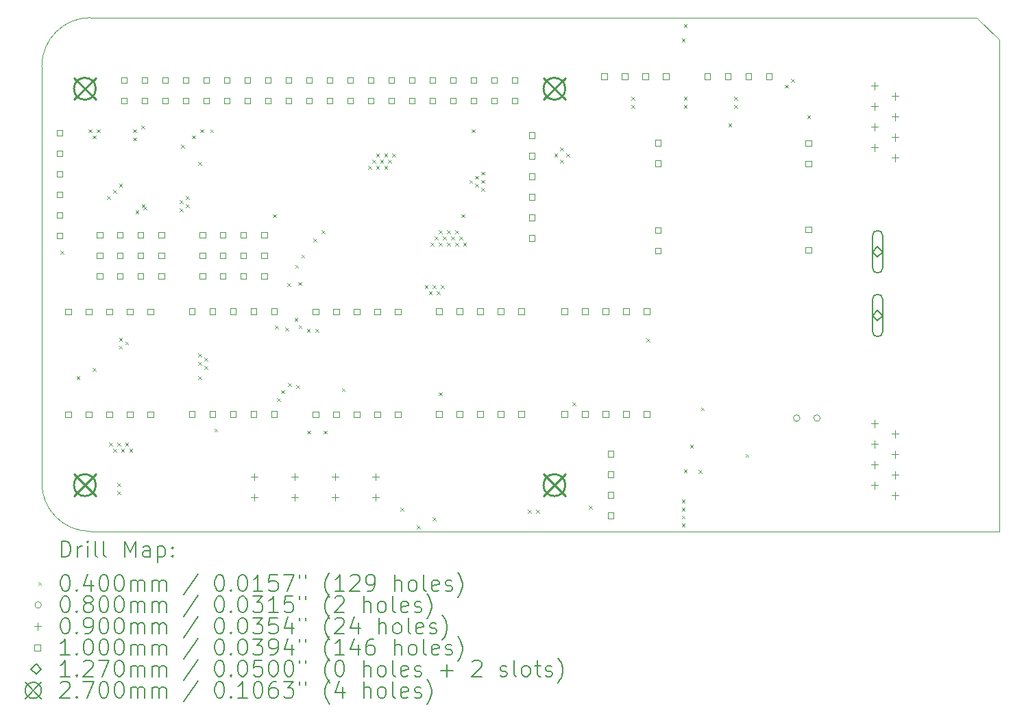
<source format=gbr>
%TF.GenerationSoftware,KiCad,Pcbnew,7.0.1*%
%TF.CreationDate,2023-08-16T19:59:49-04:00*%
%TF.ProjectId,DaughterBoard_UTAP,44617567-6874-4657-9242-6f6172645f55,rev?*%
%TF.SameCoordinates,Original*%
%TF.FileFunction,Drillmap*%
%TF.FilePolarity,Positive*%
%FSLAX45Y45*%
G04 Gerber Fmt 4.5, Leading zero omitted, Abs format (unit mm)*
G04 Created by KiCad (PCBNEW 7.0.1) date 2023-08-16 19:59:49*
%MOMM*%
%LPD*%
G01*
G04 APERTURE LIST*
%ADD10C,0.100000*%
%ADD11C,0.200000*%
%ADD12C,0.040000*%
%ADD13C,0.080000*%
%ADD14C,0.090000*%
%ADD15C,0.127000*%
%ADD16C,0.270000*%
G04 APERTURE END LIST*
D10*
X5600000Y-5950000D02*
X16550000Y-5950000D01*
X16825000Y-12300000D02*
X5600000Y-12300000D01*
X5600000Y-5950000D02*
G75*
G03*
X5000000Y-6550000I0J-600000D01*
G01*
X5000000Y-11700000D02*
G75*
G03*
X5600000Y-12300000I600000J0D01*
G01*
X16825000Y-6225000D02*
X16825000Y-12300000D01*
X5000000Y-11700000D02*
X5000000Y-6550000D01*
X16550000Y-5950000D02*
X16825000Y-6225000D01*
D11*
D12*
X5230000Y-8830000D02*
X5270000Y-8870000D01*
X5270000Y-8830000D02*
X5230000Y-8870000D01*
X5430000Y-10380000D02*
X5470000Y-10420000D01*
X5470000Y-10380000D02*
X5430000Y-10420000D01*
X5580000Y-7330000D02*
X5620000Y-7370000D01*
X5620000Y-7330000D02*
X5580000Y-7370000D01*
X5630000Y-7405000D02*
X5670000Y-7445000D01*
X5670000Y-7405000D02*
X5630000Y-7445000D01*
X5630000Y-10280000D02*
X5670000Y-10320000D01*
X5670000Y-10280000D02*
X5630000Y-10320000D01*
X5680000Y-7330000D02*
X5720000Y-7370000D01*
X5720000Y-7330000D02*
X5680000Y-7370000D01*
X5805000Y-8155000D02*
X5845000Y-8195000D01*
X5845000Y-8155000D02*
X5805000Y-8195000D01*
X5830000Y-11205000D02*
X5870000Y-11245000D01*
X5870000Y-11205000D02*
X5830000Y-11245000D01*
X5880000Y-8080000D02*
X5920000Y-8120000D01*
X5920000Y-8080000D02*
X5880000Y-8120000D01*
X5880000Y-11280000D02*
X5920000Y-11320000D01*
X5920000Y-11280000D02*
X5880000Y-11320000D01*
X5930000Y-11205000D02*
X5970000Y-11245000D01*
X5970000Y-11205000D02*
X5930000Y-11245000D01*
X5930000Y-11705000D02*
X5970000Y-11745000D01*
X5970000Y-11705000D02*
X5930000Y-11745000D01*
X5930000Y-11805000D02*
X5970000Y-11845000D01*
X5970000Y-11805000D02*
X5930000Y-11845000D01*
X5955000Y-8005000D02*
X5995000Y-8045000D01*
X5995000Y-8005000D02*
X5955000Y-8045000D01*
X5955000Y-9905000D02*
X5995000Y-9945000D01*
X5995000Y-9905000D02*
X5955000Y-9945000D01*
X5955000Y-10005000D02*
X5995000Y-10045000D01*
X5995000Y-10005000D02*
X5955000Y-10045000D01*
X5980000Y-11280000D02*
X6020000Y-11320000D01*
X6020000Y-11280000D02*
X5980000Y-11320000D01*
X6030000Y-9955000D02*
X6070000Y-9995000D01*
X6070000Y-9955000D02*
X6030000Y-9995000D01*
X6030000Y-11205000D02*
X6070000Y-11245000D01*
X6070000Y-11205000D02*
X6030000Y-11245000D01*
X6080000Y-11280000D02*
X6120000Y-11320000D01*
X6120000Y-11280000D02*
X6080000Y-11320000D01*
X6130000Y-7330000D02*
X6170000Y-7370000D01*
X6170000Y-7330000D02*
X6130000Y-7370000D01*
X6130000Y-7430000D02*
X6170000Y-7470000D01*
X6170000Y-7430000D02*
X6130000Y-7470000D01*
X6157746Y-8332746D02*
X6197746Y-8372746D01*
X6197746Y-8332746D02*
X6157746Y-8372746D01*
X6230000Y-7280000D02*
X6270000Y-7320000D01*
X6270000Y-7280000D02*
X6230000Y-7320000D01*
X6232746Y-8257746D02*
X6272746Y-8297746D01*
X6272746Y-8257746D02*
X6232746Y-8297746D01*
X6255000Y-8280000D02*
X6295000Y-8320000D01*
X6295000Y-8280000D02*
X6255000Y-8320000D01*
X6705000Y-8205000D02*
X6745000Y-8245000D01*
X6745000Y-8205000D02*
X6705000Y-8245000D01*
X6705000Y-8305000D02*
X6745000Y-8345000D01*
X6745000Y-8305000D02*
X6705000Y-8345000D01*
X6722500Y-7522500D02*
X6762500Y-7562500D01*
X6762500Y-7522500D02*
X6722500Y-7562500D01*
X6780000Y-8155000D02*
X6820000Y-8195000D01*
X6820000Y-8155000D02*
X6780000Y-8195000D01*
X6780000Y-8255000D02*
X6820000Y-8295000D01*
X6820000Y-8255000D02*
X6780000Y-8295000D01*
X6855000Y-7405000D02*
X6895000Y-7445000D01*
X6895000Y-7405000D02*
X6855000Y-7445000D01*
X6930000Y-7730000D02*
X6970000Y-7770000D01*
X6970000Y-7730000D02*
X6930000Y-7770000D01*
X6930000Y-10105000D02*
X6970000Y-10145000D01*
X6970000Y-10105000D02*
X6930000Y-10145000D01*
X6930000Y-10205000D02*
X6970000Y-10245000D01*
X6970000Y-10205000D02*
X6930000Y-10245000D01*
X6930000Y-10380000D02*
X6970000Y-10420000D01*
X6970000Y-10380000D02*
X6930000Y-10420000D01*
X6955000Y-7330000D02*
X6995000Y-7370000D01*
X6995000Y-7330000D02*
X6955000Y-7370000D01*
X7005000Y-10155000D02*
X7045000Y-10195000D01*
X7045000Y-10155000D02*
X7005000Y-10195000D01*
X7005000Y-10255000D02*
X7045000Y-10295000D01*
X7045000Y-10255000D02*
X7005000Y-10295000D01*
X7080000Y-7330000D02*
X7120000Y-7370000D01*
X7120000Y-7330000D02*
X7080000Y-7370000D01*
X7130000Y-11030000D02*
X7170000Y-11070000D01*
X7170000Y-11030000D02*
X7130000Y-11070000D01*
X7855000Y-8380000D02*
X7895000Y-8420000D01*
X7895000Y-8380000D02*
X7855000Y-8420000D01*
X7880000Y-9756230D02*
X7920000Y-9796230D01*
X7920000Y-9756230D02*
X7880000Y-9796230D01*
X7905000Y-10655000D02*
X7945000Y-10695000D01*
X7945000Y-10655000D02*
X7905000Y-10695000D01*
X7955000Y-10555000D02*
X7995000Y-10595000D01*
X7995000Y-10555000D02*
X7955000Y-10595000D01*
X8005000Y-9780000D02*
X8045000Y-9820000D01*
X8045000Y-9780000D02*
X8005000Y-9820000D01*
X8030000Y-9230000D02*
X8070000Y-9270000D01*
X8070000Y-9230000D02*
X8030000Y-9270000D01*
X8043387Y-10468387D02*
X8083387Y-10508387D01*
X8083387Y-10468387D02*
X8043387Y-10508387D01*
X8122425Y-9663525D02*
X8162425Y-9703525D01*
X8162425Y-9663525D02*
X8122425Y-9703525D01*
X8130000Y-9005000D02*
X8170000Y-9045000D01*
X8170000Y-9005000D02*
X8130000Y-9045000D01*
X8140293Y-10494707D02*
X8180293Y-10534707D01*
X8180293Y-10494707D02*
X8140293Y-10534707D01*
X8167500Y-9217500D02*
X8207500Y-9257500D01*
X8207500Y-9217500D02*
X8167500Y-9257500D01*
X8172050Y-9750286D02*
X8212050Y-9790286D01*
X8212050Y-9750286D02*
X8172050Y-9790286D01*
X8205000Y-8880000D02*
X8245000Y-8920000D01*
X8245000Y-8880000D02*
X8205000Y-8920000D01*
X8273435Y-9799950D02*
X8313435Y-9839950D01*
X8313435Y-9799950D02*
X8273435Y-9839950D01*
X8280000Y-11055000D02*
X8320000Y-11095000D01*
X8320000Y-11055000D02*
X8280000Y-11095000D01*
X8355000Y-8680000D02*
X8395000Y-8720000D01*
X8395000Y-8680000D02*
X8355000Y-8720000D01*
X8380000Y-9799950D02*
X8420000Y-9839950D01*
X8420000Y-9799950D02*
X8380000Y-9839950D01*
X8455000Y-8580000D02*
X8495000Y-8620000D01*
X8495000Y-8580000D02*
X8455000Y-8620000D01*
X8480000Y-11055000D02*
X8520000Y-11095000D01*
X8520000Y-11055000D02*
X8480000Y-11095000D01*
X8705000Y-10530000D02*
X8745000Y-10570000D01*
X8745000Y-10530000D02*
X8705000Y-10570000D01*
X9030000Y-7780000D02*
X9070000Y-7820000D01*
X9070000Y-7780000D02*
X9030000Y-7820000D01*
X9080000Y-7705000D02*
X9120000Y-7745000D01*
X9120000Y-7705000D02*
X9080000Y-7745000D01*
X9130000Y-7630000D02*
X9170000Y-7670000D01*
X9170000Y-7630000D02*
X9130000Y-7670000D01*
X9130000Y-7780000D02*
X9170000Y-7820000D01*
X9170000Y-7780000D02*
X9130000Y-7820000D01*
X9180000Y-7705000D02*
X9220000Y-7745000D01*
X9220000Y-7705000D02*
X9180000Y-7745000D01*
X9230000Y-7630000D02*
X9270000Y-7670000D01*
X9270000Y-7630000D02*
X9230000Y-7670000D01*
X9230000Y-7780000D02*
X9270000Y-7820000D01*
X9270000Y-7780000D02*
X9230000Y-7820000D01*
X9280000Y-7705000D02*
X9320000Y-7745000D01*
X9320000Y-7705000D02*
X9280000Y-7745000D01*
X9330000Y-7630000D02*
X9370000Y-7670000D01*
X9370000Y-7630000D02*
X9330000Y-7670000D01*
X9430000Y-12005000D02*
X9470000Y-12045000D01*
X9470000Y-12005000D02*
X9430000Y-12045000D01*
X9630000Y-12230000D02*
X9670000Y-12270000D01*
X9670000Y-12230000D02*
X9630000Y-12270000D01*
X9730000Y-9255000D02*
X9770000Y-9295000D01*
X9770000Y-9255000D02*
X9730000Y-9295000D01*
X9780000Y-9330000D02*
X9820000Y-9370000D01*
X9820000Y-9330000D02*
X9780000Y-9370000D01*
X9805000Y-8730000D02*
X9845000Y-8770000D01*
X9845000Y-8730000D02*
X9805000Y-8770000D01*
X9830000Y-9255000D02*
X9870000Y-9295000D01*
X9870000Y-9255000D02*
X9830000Y-9295000D01*
X9830000Y-12127550D02*
X9870000Y-12167550D01*
X9870000Y-12127550D02*
X9830000Y-12167550D01*
X9855000Y-8655000D02*
X9895000Y-8695000D01*
X9895000Y-8655000D02*
X9855000Y-8695000D01*
X9880000Y-9330000D02*
X9920000Y-9370000D01*
X9920000Y-9330000D02*
X9880000Y-9370000D01*
X9905000Y-8580000D02*
X9945000Y-8620000D01*
X9945000Y-8580000D02*
X9905000Y-8620000D01*
X9905000Y-8730000D02*
X9945000Y-8770000D01*
X9945000Y-8730000D02*
X9905000Y-8770000D01*
X9905000Y-10580000D02*
X9945000Y-10620000D01*
X9945000Y-10580000D02*
X9905000Y-10620000D01*
X9930000Y-9255000D02*
X9970000Y-9295000D01*
X9970000Y-9255000D02*
X9930000Y-9295000D01*
X9955000Y-8655000D02*
X9995000Y-8695000D01*
X9995000Y-8655000D02*
X9955000Y-8695000D01*
X10005000Y-8580000D02*
X10045000Y-8620000D01*
X10045000Y-8580000D02*
X10005000Y-8620000D01*
X10005000Y-8730000D02*
X10045000Y-8770000D01*
X10045000Y-8730000D02*
X10005000Y-8770000D01*
X10055000Y-8655000D02*
X10095000Y-8695000D01*
X10095000Y-8655000D02*
X10055000Y-8695000D01*
X10105000Y-8580000D02*
X10145000Y-8620000D01*
X10145000Y-8580000D02*
X10105000Y-8620000D01*
X10105000Y-8730000D02*
X10145000Y-8770000D01*
X10145000Y-8730000D02*
X10105000Y-8770000D01*
X10155000Y-8655000D02*
X10195000Y-8695000D01*
X10195000Y-8655000D02*
X10155000Y-8695000D01*
X10180000Y-8380000D02*
X10220000Y-8420000D01*
X10220000Y-8380000D02*
X10180000Y-8420000D01*
X10205000Y-8730000D02*
X10245000Y-8770000D01*
X10245000Y-8730000D02*
X10205000Y-8770000D01*
X10280000Y-7955000D02*
X10320000Y-7995000D01*
X10320000Y-7955000D02*
X10280000Y-7995000D01*
X10312950Y-7330000D02*
X10352950Y-7370000D01*
X10352950Y-7330000D02*
X10312950Y-7370000D01*
X10355000Y-7905000D02*
X10395000Y-7945000D01*
X10395000Y-7905000D02*
X10355000Y-7945000D01*
X10355000Y-8005000D02*
X10395000Y-8045000D01*
X10395000Y-8005000D02*
X10355000Y-8045000D01*
X10430000Y-7855000D02*
X10470000Y-7895000D01*
X10470000Y-7855000D02*
X10430000Y-7895000D01*
X10430000Y-7955000D02*
X10470000Y-7995000D01*
X10470000Y-7955000D02*
X10430000Y-7995000D01*
X10430000Y-8055000D02*
X10470000Y-8095000D01*
X10470000Y-8055000D02*
X10430000Y-8095000D01*
X11005000Y-12030000D02*
X11045000Y-12070000D01*
X11045000Y-12030000D02*
X11005000Y-12070000D01*
X11105000Y-12030000D02*
X11145000Y-12070000D01*
X11145000Y-12030000D02*
X11105000Y-12070000D01*
X11330000Y-7630000D02*
X11370000Y-7670000D01*
X11370000Y-7630000D02*
X11330000Y-7670000D01*
X11405000Y-7555000D02*
X11445000Y-7595000D01*
X11445000Y-7555000D02*
X11405000Y-7595000D01*
X11405000Y-7705000D02*
X11445000Y-7745000D01*
X11445000Y-7705000D02*
X11405000Y-7745000D01*
X11480000Y-7630000D02*
X11520000Y-7670000D01*
X11520000Y-7630000D02*
X11480000Y-7670000D01*
X11555000Y-10705000D02*
X11595000Y-10745000D01*
X11595000Y-10705000D02*
X11555000Y-10745000D01*
X11755000Y-11980000D02*
X11795000Y-12020000D01*
X11795000Y-11980000D02*
X11755000Y-12020000D01*
X12280000Y-6930000D02*
X12320000Y-6970000D01*
X12320000Y-6930000D02*
X12280000Y-6970000D01*
X12280000Y-7030000D02*
X12320000Y-7070000D01*
X12320000Y-7030000D02*
X12280000Y-7070000D01*
X12467500Y-9917500D02*
X12507500Y-9957500D01*
X12507500Y-9917500D02*
X12467500Y-9957500D01*
X12905000Y-6205000D02*
X12945000Y-6245000D01*
X12945000Y-6205000D02*
X12905000Y-6245000D01*
X12905000Y-12005000D02*
X12945000Y-12045000D01*
X12945000Y-12005000D02*
X12905000Y-12045000D01*
X12905000Y-12105000D02*
X12945000Y-12145000D01*
X12945000Y-12105000D02*
X12905000Y-12145000D01*
X12905000Y-12205000D02*
X12945000Y-12245000D01*
X12945000Y-12205000D02*
X12905000Y-12245000D01*
X12905064Y-11905064D02*
X12945064Y-11945064D01*
X12945064Y-11905064D02*
X12905064Y-11945064D01*
X12930000Y-6030000D02*
X12970000Y-6070000D01*
X12970000Y-6030000D02*
X12930000Y-6070000D01*
X12930000Y-6930000D02*
X12970000Y-6970000D01*
X12970000Y-6930000D02*
X12930000Y-6970000D01*
X12930000Y-7030000D02*
X12970000Y-7070000D01*
X12970000Y-7030000D02*
X12930000Y-7070000D01*
X12930000Y-11532000D02*
X12970000Y-11572000D01*
X12970000Y-11532000D02*
X12930000Y-11572000D01*
X13007682Y-11227317D02*
X13047682Y-11267317D01*
X13047682Y-11227317D02*
X13007682Y-11267317D01*
X13110273Y-11544362D02*
X13150273Y-11584362D01*
X13150273Y-11544362D02*
X13110273Y-11584362D01*
X13142500Y-10767500D02*
X13182500Y-10807500D01*
X13182500Y-10767500D02*
X13142500Y-10807500D01*
X13480000Y-7255000D02*
X13520000Y-7295000D01*
X13520000Y-7255000D02*
X13480000Y-7295000D01*
X13555000Y-6930000D02*
X13595000Y-6970000D01*
X13595000Y-6930000D02*
X13555000Y-6970000D01*
X13555000Y-7030000D02*
X13595000Y-7070000D01*
X13595000Y-7030000D02*
X13555000Y-7070000D01*
X13692500Y-11342500D02*
X13732500Y-11382500D01*
X13732500Y-11342500D02*
X13692500Y-11382500D01*
X14180000Y-6780000D02*
X14220000Y-6820000D01*
X14220000Y-6780000D02*
X14180000Y-6820000D01*
X14255000Y-6705000D02*
X14295000Y-6745000D01*
X14295000Y-6705000D02*
X14255000Y-6745000D01*
X14455000Y-7155000D02*
X14495000Y-7195000D01*
X14495000Y-7155000D02*
X14455000Y-7195000D01*
D13*
X14365000Y-10900000D02*
G75*
G03*
X14365000Y-10900000I-40000J0D01*
G01*
X14615000Y-10900000D02*
G75*
G03*
X14615000Y-10900000I-40000J0D01*
G01*
D14*
X7625000Y-11580000D02*
X7625000Y-11670000D01*
X7580000Y-11625000D02*
X7670000Y-11625000D01*
X7625000Y-11834000D02*
X7625000Y-11924000D01*
X7580000Y-11879000D02*
X7670000Y-11879000D01*
X8125000Y-11580000D02*
X8125000Y-11670000D01*
X8080000Y-11625000D02*
X8170000Y-11625000D01*
X8125000Y-11834000D02*
X8125000Y-11924000D01*
X8080000Y-11879000D02*
X8170000Y-11879000D01*
X8625000Y-11581500D02*
X8625000Y-11671500D01*
X8580000Y-11626500D02*
X8670000Y-11626500D01*
X8625000Y-11835500D02*
X8625000Y-11925500D01*
X8580000Y-11880500D02*
X8670000Y-11880500D01*
X9125000Y-11581500D02*
X9125000Y-11671500D01*
X9080000Y-11626500D02*
X9170000Y-11626500D01*
X9125000Y-11835500D02*
X9125000Y-11925500D01*
X9080000Y-11880500D02*
X9170000Y-11880500D01*
X15288000Y-6748750D02*
X15288000Y-6838750D01*
X15243000Y-6793750D02*
X15333000Y-6793750D01*
X15288000Y-7002750D02*
X15288000Y-7092750D01*
X15243000Y-7047750D02*
X15333000Y-7047750D01*
X15288000Y-7256750D02*
X15288000Y-7346750D01*
X15243000Y-7301750D02*
X15333000Y-7301750D01*
X15288000Y-7510750D02*
X15288000Y-7600750D01*
X15243000Y-7555750D02*
X15333000Y-7555750D01*
X15288000Y-10923750D02*
X15288000Y-11013750D01*
X15243000Y-10968750D02*
X15333000Y-10968750D01*
X15288000Y-11177750D02*
X15288000Y-11267750D01*
X15243000Y-11222750D02*
X15333000Y-11222750D01*
X15288000Y-11431750D02*
X15288000Y-11521750D01*
X15243000Y-11476750D02*
X15333000Y-11476750D01*
X15288000Y-11685750D02*
X15288000Y-11775750D01*
X15243000Y-11730750D02*
X15333000Y-11730750D01*
X15542000Y-6875750D02*
X15542000Y-6965750D01*
X15497000Y-6920750D02*
X15587000Y-6920750D01*
X15542000Y-7129750D02*
X15542000Y-7219750D01*
X15497000Y-7174750D02*
X15587000Y-7174750D01*
X15542000Y-7383750D02*
X15542000Y-7473750D01*
X15497000Y-7428750D02*
X15587000Y-7428750D01*
X15542000Y-7637750D02*
X15542000Y-7727750D01*
X15497000Y-7682750D02*
X15587000Y-7682750D01*
X15542000Y-11050750D02*
X15542000Y-11140750D01*
X15497000Y-11095750D02*
X15587000Y-11095750D01*
X15542000Y-11304750D02*
X15542000Y-11394750D01*
X15497000Y-11349750D02*
X15587000Y-11349750D01*
X15542000Y-11558750D02*
X15542000Y-11648750D01*
X15497000Y-11603750D02*
X15587000Y-11603750D01*
X15542000Y-11812750D02*
X15542000Y-11902750D01*
X15497000Y-11857750D02*
X15587000Y-11857750D01*
D10*
X5256259Y-7411056D02*
X5256259Y-7340344D01*
X5185548Y-7340344D01*
X5185548Y-7411056D01*
X5256259Y-7411056D01*
X5256259Y-7665056D02*
X5256259Y-7594344D01*
X5185548Y-7594344D01*
X5185548Y-7665056D01*
X5256259Y-7665056D01*
X5256259Y-7919056D02*
X5256259Y-7848344D01*
X5185548Y-7848344D01*
X5185548Y-7919056D01*
X5256259Y-7919056D01*
X5256259Y-8173056D02*
X5256259Y-8102344D01*
X5185548Y-8102344D01*
X5185548Y-8173056D01*
X5256259Y-8173056D01*
X5256259Y-8427056D02*
X5256259Y-8356344D01*
X5185548Y-8356344D01*
X5185548Y-8427056D01*
X5256259Y-8427056D01*
X5256259Y-8681056D02*
X5256259Y-8610344D01*
X5185548Y-8610344D01*
X5185548Y-8681056D01*
X5256259Y-8681056D01*
X5362356Y-9620356D02*
X5362356Y-9549644D01*
X5291644Y-9549644D01*
X5291644Y-9620356D01*
X5362356Y-9620356D01*
X5362356Y-10890356D02*
X5362356Y-10819644D01*
X5291644Y-10819644D01*
X5291644Y-10890356D01*
X5362356Y-10890356D01*
X5616356Y-9620356D02*
X5616356Y-9549644D01*
X5545644Y-9549644D01*
X5545644Y-9620356D01*
X5616356Y-9620356D01*
X5616356Y-10890356D02*
X5616356Y-10819644D01*
X5545644Y-10819644D01*
X5545644Y-10890356D01*
X5616356Y-10890356D01*
X5750159Y-8673756D02*
X5750159Y-8603044D01*
X5679448Y-8603044D01*
X5679448Y-8673756D01*
X5750159Y-8673756D01*
X5750159Y-8927756D02*
X5750159Y-8857044D01*
X5679448Y-8857044D01*
X5679448Y-8927756D01*
X5750159Y-8927756D01*
X5750159Y-9181756D02*
X5750159Y-9111044D01*
X5679448Y-9111044D01*
X5679448Y-9181756D01*
X5750159Y-9181756D01*
X5870356Y-9620356D02*
X5870356Y-9549644D01*
X5799644Y-9549644D01*
X5799644Y-9620356D01*
X5870356Y-9620356D01*
X5870356Y-10890356D02*
X5870356Y-10819644D01*
X5799644Y-10819644D01*
X5799644Y-10890356D01*
X5870356Y-10890356D01*
X6002659Y-8673756D02*
X6002659Y-8603044D01*
X5931948Y-8603044D01*
X5931948Y-8673756D01*
X6002659Y-8673756D01*
X6002659Y-8927756D02*
X6002659Y-8857044D01*
X5931948Y-8857044D01*
X5931948Y-8927756D01*
X6002659Y-8927756D01*
X6002659Y-9181756D02*
X6002659Y-9111044D01*
X5931948Y-9111044D01*
X5931948Y-9181756D01*
X6002659Y-9181756D01*
X6050356Y-6760356D02*
X6050356Y-6689644D01*
X5979644Y-6689644D01*
X5979644Y-6760356D01*
X6050356Y-6760356D01*
X6050356Y-7014356D02*
X6050356Y-6943644D01*
X5979644Y-6943644D01*
X5979644Y-7014356D01*
X6050356Y-7014356D01*
X6124356Y-9620356D02*
X6124356Y-9549644D01*
X6053644Y-9549644D01*
X6053644Y-9620356D01*
X6124356Y-9620356D01*
X6124356Y-10890356D02*
X6124356Y-10819644D01*
X6053644Y-10819644D01*
X6053644Y-10890356D01*
X6124356Y-10890356D01*
X6256659Y-8673756D02*
X6256659Y-8603044D01*
X6185948Y-8603044D01*
X6185948Y-8673756D01*
X6256659Y-8673756D01*
X6256659Y-8927756D02*
X6256659Y-8857044D01*
X6185948Y-8857044D01*
X6185948Y-8927756D01*
X6256659Y-8927756D01*
X6256659Y-9181756D02*
X6256659Y-9111044D01*
X6185948Y-9111044D01*
X6185948Y-9181756D01*
X6256659Y-9181756D01*
X6304356Y-6760356D02*
X6304356Y-6689644D01*
X6233644Y-6689644D01*
X6233644Y-6760356D01*
X6304356Y-6760356D01*
X6304356Y-7014356D02*
X6304356Y-6943644D01*
X6233644Y-6943644D01*
X6233644Y-7014356D01*
X6304356Y-7014356D01*
X6378356Y-9620356D02*
X6378356Y-9549644D01*
X6307644Y-9549644D01*
X6307644Y-9620356D01*
X6378356Y-9620356D01*
X6378356Y-10890356D02*
X6378356Y-10819644D01*
X6307644Y-10819644D01*
X6307644Y-10890356D01*
X6378356Y-10890356D01*
X6511659Y-8673756D02*
X6511659Y-8603044D01*
X6440948Y-8603044D01*
X6440948Y-8673756D01*
X6511659Y-8673756D01*
X6511659Y-8927756D02*
X6511659Y-8857044D01*
X6440948Y-8857044D01*
X6440948Y-8927756D01*
X6511659Y-8927756D01*
X6511659Y-9181756D02*
X6511659Y-9111044D01*
X6440948Y-9111044D01*
X6440948Y-9181756D01*
X6511659Y-9181756D01*
X6558356Y-6760356D02*
X6558356Y-6689644D01*
X6487644Y-6689644D01*
X6487644Y-6760356D01*
X6558356Y-6760356D01*
X6558356Y-7014356D02*
X6558356Y-6943644D01*
X6487644Y-6943644D01*
X6487644Y-7014356D01*
X6558356Y-7014356D01*
X6812356Y-6760356D02*
X6812356Y-6689644D01*
X6741644Y-6689644D01*
X6741644Y-6760356D01*
X6812356Y-6760356D01*
X6812356Y-7014356D02*
X6812356Y-6943644D01*
X6741644Y-6943644D01*
X6741644Y-7014356D01*
X6812356Y-7014356D01*
X6892356Y-9615356D02*
X6892356Y-9544644D01*
X6821644Y-9544644D01*
X6821644Y-9615356D01*
X6892356Y-9615356D01*
X6892356Y-10885356D02*
X6892356Y-10814644D01*
X6821644Y-10814644D01*
X6821644Y-10885356D01*
X6892356Y-10885356D01*
X7020159Y-8673756D02*
X7020159Y-8603044D01*
X6949448Y-8603044D01*
X6949448Y-8673756D01*
X7020159Y-8673756D01*
X7020159Y-8927756D02*
X7020159Y-8857044D01*
X6949448Y-8857044D01*
X6949448Y-8927756D01*
X7020159Y-8927756D01*
X7020159Y-9181756D02*
X7020159Y-9111044D01*
X6949448Y-9111044D01*
X6949448Y-9181756D01*
X7020159Y-9181756D01*
X7066356Y-6760356D02*
X7066356Y-6689644D01*
X6995644Y-6689644D01*
X6995644Y-6760356D01*
X7066356Y-6760356D01*
X7066356Y-7014356D02*
X7066356Y-6943644D01*
X6995644Y-6943644D01*
X6995644Y-7014356D01*
X7066356Y-7014356D01*
X7146356Y-9615356D02*
X7146356Y-9544644D01*
X7075644Y-9544644D01*
X7075644Y-9615356D01*
X7146356Y-9615356D01*
X7146356Y-10885356D02*
X7146356Y-10814644D01*
X7075644Y-10814644D01*
X7075644Y-10885356D01*
X7146356Y-10885356D01*
X7272659Y-8673756D02*
X7272659Y-8603044D01*
X7201948Y-8603044D01*
X7201948Y-8673756D01*
X7272659Y-8673756D01*
X7272659Y-8927756D02*
X7272659Y-8857044D01*
X7201948Y-8857044D01*
X7201948Y-8927756D01*
X7272659Y-8927756D01*
X7272659Y-9181756D02*
X7272659Y-9111044D01*
X7201948Y-9111044D01*
X7201948Y-9181756D01*
X7272659Y-9181756D01*
X7320356Y-6760356D02*
X7320356Y-6689644D01*
X7249644Y-6689644D01*
X7249644Y-6760356D01*
X7320356Y-6760356D01*
X7320356Y-7014356D02*
X7320356Y-6943644D01*
X7249644Y-6943644D01*
X7249644Y-7014356D01*
X7320356Y-7014356D01*
X7400356Y-9615356D02*
X7400356Y-9544644D01*
X7329644Y-9544644D01*
X7329644Y-9615356D01*
X7400356Y-9615356D01*
X7400356Y-10885356D02*
X7400356Y-10814644D01*
X7329644Y-10814644D01*
X7329644Y-10885356D01*
X7400356Y-10885356D01*
X7526659Y-8673756D02*
X7526659Y-8603044D01*
X7455948Y-8603044D01*
X7455948Y-8673756D01*
X7526659Y-8673756D01*
X7526659Y-8927756D02*
X7526659Y-8857044D01*
X7455948Y-8857044D01*
X7455948Y-8927756D01*
X7526659Y-8927756D01*
X7526659Y-9181756D02*
X7526659Y-9111044D01*
X7455948Y-9111044D01*
X7455948Y-9181756D01*
X7526659Y-9181756D01*
X7574356Y-6760356D02*
X7574356Y-6689644D01*
X7503644Y-6689644D01*
X7503644Y-6760356D01*
X7574356Y-6760356D01*
X7574356Y-7014356D02*
X7574356Y-6943644D01*
X7503644Y-6943644D01*
X7503644Y-7014356D01*
X7574356Y-7014356D01*
X7654356Y-9615356D02*
X7654356Y-9544644D01*
X7583644Y-9544644D01*
X7583644Y-9615356D01*
X7654356Y-9615356D01*
X7654356Y-10885356D02*
X7654356Y-10814644D01*
X7583644Y-10814644D01*
X7583644Y-10885356D01*
X7654356Y-10885356D01*
X7781659Y-8673756D02*
X7781659Y-8603044D01*
X7710948Y-8603044D01*
X7710948Y-8673756D01*
X7781659Y-8673756D01*
X7781659Y-8927756D02*
X7781659Y-8857044D01*
X7710948Y-8857044D01*
X7710948Y-8927756D01*
X7781659Y-8927756D01*
X7781659Y-9181756D02*
X7781659Y-9111044D01*
X7710948Y-9111044D01*
X7710948Y-9181756D01*
X7781659Y-9181756D01*
X7828356Y-6760356D02*
X7828356Y-6689644D01*
X7757644Y-6689644D01*
X7757644Y-6760356D01*
X7828356Y-6760356D01*
X7828356Y-7014356D02*
X7828356Y-6943644D01*
X7757644Y-6943644D01*
X7757644Y-7014356D01*
X7828356Y-7014356D01*
X7908356Y-9615356D02*
X7908356Y-9544644D01*
X7837644Y-9544644D01*
X7837644Y-9615356D01*
X7908356Y-9615356D01*
X7908356Y-10885356D02*
X7908356Y-10814644D01*
X7837644Y-10814644D01*
X7837644Y-10885356D01*
X7908356Y-10885356D01*
X8082356Y-6760356D02*
X8082356Y-6689644D01*
X8011644Y-6689644D01*
X8011644Y-6760356D01*
X8082356Y-6760356D01*
X8082356Y-7014356D02*
X8082356Y-6943644D01*
X8011644Y-6943644D01*
X8011644Y-7014356D01*
X8082356Y-7014356D01*
X8336356Y-6760356D02*
X8336356Y-6689644D01*
X8265644Y-6689644D01*
X8265644Y-6760356D01*
X8336356Y-6760356D01*
X8336356Y-7014356D02*
X8336356Y-6943644D01*
X8265644Y-6943644D01*
X8265644Y-7014356D01*
X8336356Y-7014356D01*
X8417356Y-9620356D02*
X8417356Y-9549644D01*
X8346644Y-9549644D01*
X8346644Y-9620356D01*
X8417356Y-9620356D01*
X8417356Y-10890356D02*
X8417356Y-10819644D01*
X8346644Y-10819644D01*
X8346644Y-10890356D01*
X8417356Y-10890356D01*
X8590356Y-6760356D02*
X8590356Y-6689644D01*
X8519644Y-6689644D01*
X8519644Y-6760356D01*
X8590356Y-6760356D01*
X8590356Y-7014356D02*
X8590356Y-6943644D01*
X8519644Y-6943644D01*
X8519644Y-7014356D01*
X8590356Y-7014356D01*
X8671356Y-9620356D02*
X8671356Y-9549644D01*
X8600644Y-9549644D01*
X8600644Y-9620356D01*
X8671356Y-9620356D01*
X8671356Y-10890356D02*
X8671356Y-10819644D01*
X8600644Y-10819644D01*
X8600644Y-10890356D01*
X8671356Y-10890356D01*
X8844356Y-6760356D02*
X8844356Y-6689644D01*
X8773644Y-6689644D01*
X8773644Y-6760356D01*
X8844356Y-6760356D01*
X8844356Y-7014356D02*
X8844356Y-6943644D01*
X8773644Y-6943644D01*
X8773644Y-7014356D01*
X8844356Y-7014356D01*
X8925356Y-9620356D02*
X8925356Y-9549644D01*
X8854644Y-9549644D01*
X8854644Y-9620356D01*
X8925356Y-9620356D01*
X8925356Y-10890356D02*
X8925356Y-10819644D01*
X8854644Y-10819644D01*
X8854644Y-10890356D01*
X8925356Y-10890356D01*
X9098356Y-6760356D02*
X9098356Y-6689644D01*
X9027644Y-6689644D01*
X9027644Y-6760356D01*
X9098356Y-6760356D01*
X9098356Y-7014356D02*
X9098356Y-6943644D01*
X9027644Y-6943644D01*
X9027644Y-7014356D01*
X9098356Y-7014356D01*
X9179356Y-9620356D02*
X9179356Y-9549644D01*
X9108644Y-9549644D01*
X9108644Y-9620356D01*
X9179356Y-9620356D01*
X9179356Y-10890356D02*
X9179356Y-10819644D01*
X9108644Y-10819644D01*
X9108644Y-10890356D01*
X9179356Y-10890356D01*
X9352356Y-6760356D02*
X9352356Y-6689644D01*
X9281644Y-6689644D01*
X9281644Y-6760356D01*
X9352356Y-6760356D01*
X9352356Y-7014356D02*
X9352356Y-6943644D01*
X9281644Y-6943644D01*
X9281644Y-7014356D01*
X9352356Y-7014356D01*
X9433356Y-9620356D02*
X9433356Y-9549644D01*
X9362644Y-9549644D01*
X9362644Y-9620356D01*
X9433356Y-9620356D01*
X9433356Y-10890356D02*
X9433356Y-10819644D01*
X9362644Y-10819644D01*
X9362644Y-10890356D01*
X9433356Y-10890356D01*
X9606356Y-6760356D02*
X9606356Y-6689644D01*
X9535644Y-6689644D01*
X9535644Y-6760356D01*
X9606356Y-6760356D01*
X9606356Y-7014356D02*
X9606356Y-6943644D01*
X9535644Y-6943644D01*
X9535644Y-7014356D01*
X9606356Y-7014356D01*
X9860356Y-6760356D02*
X9860356Y-6689644D01*
X9789644Y-6689644D01*
X9789644Y-6760356D01*
X9860356Y-6760356D01*
X9860356Y-7014356D02*
X9860356Y-6943644D01*
X9789644Y-6943644D01*
X9789644Y-7014356D01*
X9860356Y-7014356D01*
X9942356Y-9615356D02*
X9942356Y-9544644D01*
X9871644Y-9544644D01*
X9871644Y-9615356D01*
X9942356Y-9615356D01*
X9942356Y-10885356D02*
X9942356Y-10814644D01*
X9871644Y-10814644D01*
X9871644Y-10885356D01*
X9942356Y-10885356D01*
X10114356Y-6760356D02*
X10114356Y-6689644D01*
X10043644Y-6689644D01*
X10043644Y-6760356D01*
X10114356Y-6760356D01*
X10114356Y-7014356D02*
X10114356Y-6943644D01*
X10043644Y-6943644D01*
X10043644Y-7014356D01*
X10114356Y-7014356D01*
X10196356Y-9615356D02*
X10196356Y-9544644D01*
X10125644Y-9544644D01*
X10125644Y-9615356D01*
X10196356Y-9615356D01*
X10196356Y-10885356D02*
X10196356Y-10814644D01*
X10125644Y-10814644D01*
X10125644Y-10885356D01*
X10196356Y-10885356D01*
X10368356Y-6760356D02*
X10368356Y-6689644D01*
X10297644Y-6689644D01*
X10297644Y-6760356D01*
X10368356Y-6760356D01*
X10368356Y-7014356D02*
X10368356Y-6943644D01*
X10297644Y-6943644D01*
X10297644Y-7014356D01*
X10368356Y-7014356D01*
X10450356Y-9615356D02*
X10450356Y-9544644D01*
X10379644Y-9544644D01*
X10379644Y-9615356D01*
X10450356Y-9615356D01*
X10450356Y-10885356D02*
X10450356Y-10814644D01*
X10379644Y-10814644D01*
X10379644Y-10885356D01*
X10450356Y-10885356D01*
X10622356Y-6760356D02*
X10622356Y-6689644D01*
X10551644Y-6689644D01*
X10551644Y-6760356D01*
X10622356Y-6760356D01*
X10622356Y-7014356D02*
X10622356Y-6943644D01*
X10551644Y-6943644D01*
X10551644Y-7014356D01*
X10622356Y-7014356D01*
X10704356Y-9615356D02*
X10704356Y-9544644D01*
X10633644Y-9544644D01*
X10633644Y-9615356D01*
X10704356Y-9615356D01*
X10704356Y-10885356D02*
X10704356Y-10814644D01*
X10633644Y-10814644D01*
X10633644Y-10885356D01*
X10704356Y-10885356D01*
X10876356Y-6760356D02*
X10876356Y-6689644D01*
X10805644Y-6689644D01*
X10805644Y-6760356D01*
X10876356Y-6760356D01*
X10876356Y-7014356D02*
X10876356Y-6943644D01*
X10805644Y-6943644D01*
X10805644Y-7014356D01*
X10876356Y-7014356D01*
X10958356Y-9615356D02*
X10958356Y-9544644D01*
X10887644Y-9544644D01*
X10887644Y-9615356D01*
X10958356Y-9615356D01*
X10958356Y-10885356D02*
X10958356Y-10814644D01*
X10887644Y-10814644D01*
X10887644Y-10885356D01*
X10958356Y-10885356D01*
X11088759Y-7438556D02*
X11088759Y-7367844D01*
X11018048Y-7367844D01*
X11018048Y-7438556D01*
X11088759Y-7438556D01*
X11088759Y-7692556D02*
X11088759Y-7621844D01*
X11018048Y-7621844D01*
X11018048Y-7692556D01*
X11088759Y-7692556D01*
X11088759Y-7946556D02*
X11088759Y-7875844D01*
X11018048Y-7875844D01*
X11018048Y-7946556D01*
X11088759Y-7946556D01*
X11088759Y-8200556D02*
X11088759Y-8129844D01*
X11018048Y-8129844D01*
X11018048Y-8200556D01*
X11088759Y-8200556D01*
X11088759Y-8454556D02*
X11088759Y-8383844D01*
X11018048Y-8383844D01*
X11018048Y-8454556D01*
X11088759Y-8454556D01*
X11088759Y-8708556D02*
X11088759Y-8637844D01*
X11018048Y-8637844D01*
X11018048Y-8708556D01*
X11088759Y-8708556D01*
X11492356Y-9615356D02*
X11492356Y-9544644D01*
X11421644Y-9544644D01*
X11421644Y-9615356D01*
X11492356Y-9615356D01*
X11492356Y-10885356D02*
X11492356Y-10814644D01*
X11421644Y-10814644D01*
X11421644Y-10885356D01*
X11492356Y-10885356D01*
X11746356Y-9615356D02*
X11746356Y-9544644D01*
X11675644Y-9544644D01*
X11675644Y-9615356D01*
X11746356Y-9615356D01*
X11746356Y-10885356D02*
X11746356Y-10814644D01*
X11675644Y-10814644D01*
X11675644Y-10885356D01*
X11746356Y-10885356D01*
X11981356Y-6710356D02*
X11981356Y-6639644D01*
X11910644Y-6639644D01*
X11910644Y-6710356D01*
X11981356Y-6710356D01*
X12000356Y-9615356D02*
X12000356Y-9544644D01*
X11929644Y-9544644D01*
X11929644Y-9615356D01*
X12000356Y-9615356D01*
X12000356Y-10885356D02*
X12000356Y-10814644D01*
X11929644Y-10814644D01*
X11929644Y-10885356D01*
X12000356Y-10885356D01*
X12060356Y-11378356D02*
X12060356Y-11307644D01*
X11989644Y-11307644D01*
X11989644Y-11378356D01*
X12060356Y-11378356D01*
X12060356Y-11632356D02*
X12060356Y-11561644D01*
X11989644Y-11561644D01*
X11989644Y-11632356D01*
X12060356Y-11632356D01*
X12060356Y-11886356D02*
X12060356Y-11815644D01*
X11989644Y-11815644D01*
X11989644Y-11886356D01*
X12060356Y-11886356D01*
X12060356Y-12140356D02*
X12060356Y-12069644D01*
X11989644Y-12069644D01*
X11989644Y-12140356D01*
X12060356Y-12140356D01*
X12235356Y-6710356D02*
X12235356Y-6639644D01*
X12164644Y-6639644D01*
X12164644Y-6710356D01*
X12235356Y-6710356D01*
X12254356Y-9615356D02*
X12254356Y-9544644D01*
X12183644Y-9544644D01*
X12183644Y-9615356D01*
X12254356Y-9615356D01*
X12254356Y-10885356D02*
X12254356Y-10814644D01*
X12183644Y-10814644D01*
X12183644Y-10885356D01*
X12254356Y-10885356D01*
X12489356Y-6710356D02*
X12489356Y-6639644D01*
X12418644Y-6639644D01*
X12418644Y-6710356D01*
X12489356Y-6710356D01*
X12508356Y-9615356D02*
X12508356Y-9544644D01*
X12437644Y-9544644D01*
X12437644Y-9615356D01*
X12508356Y-9615356D01*
X12508356Y-10885356D02*
X12508356Y-10814644D01*
X12437644Y-10814644D01*
X12437644Y-10885356D01*
X12508356Y-10885356D01*
X12645356Y-7534356D02*
X12645356Y-7463644D01*
X12574644Y-7463644D01*
X12574644Y-7534356D01*
X12645356Y-7534356D01*
X12645356Y-7788356D02*
X12645356Y-7717644D01*
X12574644Y-7717644D01*
X12574644Y-7788356D01*
X12645356Y-7788356D01*
X12645356Y-8610356D02*
X12645356Y-8539644D01*
X12574644Y-8539644D01*
X12574644Y-8610356D01*
X12645356Y-8610356D01*
X12645356Y-8864356D02*
X12645356Y-8793644D01*
X12574644Y-8793644D01*
X12574644Y-8864356D01*
X12645356Y-8864356D01*
X12743356Y-6710356D02*
X12743356Y-6639644D01*
X12672644Y-6639644D01*
X12672644Y-6710356D01*
X12743356Y-6710356D01*
X13255356Y-6710356D02*
X13255356Y-6639644D01*
X13184644Y-6639644D01*
X13184644Y-6710356D01*
X13255356Y-6710356D01*
X13509356Y-6710356D02*
X13509356Y-6639644D01*
X13438644Y-6639644D01*
X13438644Y-6710356D01*
X13509356Y-6710356D01*
X13763356Y-6710356D02*
X13763356Y-6639644D01*
X13692644Y-6639644D01*
X13692644Y-6710356D01*
X13763356Y-6710356D01*
X14017356Y-6710356D02*
X14017356Y-6639644D01*
X13946644Y-6639644D01*
X13946644Y-6710356D01*
X14017356Y-6710356D01*
X14505356Y-7539356D02*
X14505356Y-7468644D01*
X14434644Y-7468644D01*
X14434644Y-7539356D01*
X14505356Y-7539356D01*
X14505356Y-7793356D02*
X14505356Y-7722644D01*
X14434644Y-7722644D01*
X14434644Y-7793356D01*
X14505356Y-7793356D01*
X14505356Y-8605356D02*
X14505356Y-8534644D01*
X14434644Y-8534644D01*
X14434644Y-8605356D01*
X14505356Y-8605356D01*
X14505356Y-8859356D02*
X14505356Y-8788644D01*
X14434644Y-8788644D01*
X14434644Y-8859356D01*
X14505356Y-8859356D01*
D15*
X15324500Y-8907500D02*
X15388000Y-8844000D01*
X15324500Y-8780500D01*
X15261000Y-8844000D01*
X15324500Y-8907500D01*
D11*
X15388000Y-9042120D02*
X15388000Y-8645880D01*
X15388000Y-8645880D02*
G75*
G03*
X15261000Y-8645880I-63500J0D01*
G01*
X15261000Y-8645880D02*
X15261000Y-9042120D01*
X15261000Y-9042120D02*
G75*
G03*
X15388000Y-9042120I63500J0D01*
G01*
D15*
X15324500Y-9694900D02*
X15388000Y-9631400D01*
X15324500Y-9567900D01*
X15261000Y-9631400D01*
X15324500Y-9694900D01*
D11*
X15388000Y-9829520D02*
X15388000Y-9433280D01*
X15388000Y-9433280D02*
G75*
G03*
X15261000Y-9433280I-63500J0D01*
G01*
X15261000Y-9433280D02*
X15261000Y-9829520D01*
X15261000Y-9829520D02*
G75*
G03*
X15388000Y-9829520I63500J0D01*
G01*
D16*
X5397000Y-6694000D02*
X5667000Y-6964000D01*
X5667000Y-6694000D02*
X5397000Y-6964000D01*
X5667000Y-6829000D02*
G75*
G03*
X5667000Y-6829000I-135000J0D01*
G01*
X5397000Y-11594000D02*
X5667000Y-11864000D01*
X5667000Y-11594000D02*
X5397000Y-11864000D01*
X5667000Y-11729000D02*
G75*
G03*
X5667000Y-11729000I-135000J0D01*
G01*
X11197000Y-6694000D02*
X11467000Y-6964000D01*
X11467000Y-6694000D02*
X11197000Y-6964000D01*
X11467000Y-6829000D02*
G75*
G03*
X11467000Y-6829000I-135000J0D01*
G01*
X11197000Y-11594000D02*
X11467000Y-11864000D01*
X11467000Y-11594000D02*
X11197000Y-11864000D01*
X11467000Y-11729000D02*
G75*
G03*
X11467000Y-11729000I-135000J0D01*
G01*
D11*
X5242619Y-12617524D02*
X5242619Y-12417524D01*
X5242619Y-12417524D02*
X5290238Y-12417524D01*
X5290238Y-12417524D02*
X5318810Y-12427048D01*
X5318810Y-12427048D02*
X5337857Y-12446095D01*
X5337857Y-12446095D02*
X5347381Y-12465143D01*
X5347381Y-12465143D02*
X5356905Y-12503238D01*
X5356905Y-12503238D02*
X5356905Y-12531809D01*
X5356905Y-12531809D02*
X5347381Y-12569905D01*
X5347381Y-12569905D02*
X5337857Y-12588952D01*
X5337857Y-12588952D02*
X5318810Y-12608000D01*
X5318810Y-12608000D02*
X5290238Y-12617524D01*
X5290238Y-12617524D02*
X5242619Y-12617524D01*
X5442619Y-12617524D02*
X5442619Y-12484190D01*
X5442619Y-12522286D02*
X5452143Y-12503238D01*
X5452143Y-12503238D02*
X5461667Y-12493714D01*
X5461667Y-12493714D02*
X5480714Y-12484190D01*
X5480714Y-12484190D02*
X5499762Y-12484190D01*
X5566429Y-12617524D02*
X5566429Y-12484190D01*
X5566429Y-12417524D02*
X5556905Y-12427048D01*
X5556905Y-12427048D02*
X5566429Y-12436571D01*
X5566429Y-12436571D02*
X5575952Y-12427048D01*
X5575952Y-12427048D02*
X5566429Y-12417524D01*
X5566429Y-12417524D02*
X5566429Y-12436571D01*
X5690238Y-12617524D02*
X5671190Y-12608000D01*
X5671190Y-12608000D02*
X5661667Y-12588952D01*
X5661667Y-12588952D02*
X5661667Y-12417524D01*
X5795000Y-12617524D02*
X5775952Y-12608000D01*
X5775952Y-12608000D02*
X5766428Y-12588952D01*
X5766428Y-12588952D02*
X5766428Y-12417524D01*
X6023571Y-12617524D02*
X6023571Y-12417524D01*
X6023571Y-12417524D02*
X6090238Y-12560381D01*
X6090238Y-12560381D02*
X6156905Y-12417524D01*
X6156905Y-12417524D02*
X6156905Y-12617524D01*
X6337857Y-12617524D02*
X6337857Y-12512762D01*
X6337857Y-12512762D02*
X6328333Y-12493714D01*
X6328333Y-12493714D02*
X6309286Y-12484190D01*
X6309286Y-12484190D02*
X6271190Y-12484190D01*
X6271190Y-12484190D02*
X6252143Y-12493714D01*
X6337857Y-12608000D02*
X6318809Y-12617524D01*
X6318809Y-12617524D02*
X6271190Y-12617524D01*
X6271190Y-12617524D02*
X6252143Y-12608000D01*
X6252143Y-12608000D02*
X6242619Y-12588952D01*
X6242619Y-12588952D02*
X6242619Y-12569905D01*
X6242619Y-12569905D02*
X6252143Y-12550857D01*
X6252143Y-12550857D02*
X6271190Y-12541333D01*
X6271190Y-12541333D02*
X6318809Y-12541333D01*
X6318809Y-12541333D02*
X6337857Y-12531809D01*
X6433095Y-12484190D02*
X6433095Y-12684190D01*
X6433095Y-12493714D02*
X6452143Y-12484190D01*
X6452143Y-12484190D02*
X6490238Y-12484190D01*
X6490238Y-12484190D02*
X6509286Y-12493714D01*
X6509286Y-12493714D02*
X6518809Y-12503238D01*
X6518809Y-12503238D02*
X6528333Y-12522286D01*
X6528333Y-12522286D02*
X6528333Y-12579428D01*
X6528333Y-12579428D02*
X6518809Y-12598476D01*
X6518809Y-12598476D02*
X6509286Y-12608000D01*
X6509286Y-12608000D02*
X6490238Y-12617524D01*
X6490238Y-12617524D02*
X6452143Y-12617524D01*
X6452143Y-12617524D02*
X6433095Y-12608000D01*
X6614048Y-12598476D02*
X6623571Y-12608000D01*
X6623571Y-12608000D02*
X6614048Y-12617524D01*
X6614048Y-12617524D02*
X6604524Y-12608000D01*
X6604524Y-12608000D02*
X6614048Y-12598476D01*
X6614048Y-12598476D02*
X6614048Y-12617524D01*
X6614048Y-12493714D02*
X6623571Y-12503238D01*
X6623571Y-12503238D02*
X6614048Y-12512762D01*
X6614048Y-12512762D02*
X6604524Y-12503238D01*
X6604524Y-12503238D02*
X6614048Y-12493714D01*
X6614048Y-12493714D02*
X6614048Y-12512762D01*
D12*
X4955000Y-12925000D02*
X4995000Y-12965000D01*
X4995000Y-12925000D02*
X4955000Y-12965000D01*
D11*
X5280714Y-12837524D02*
X5299762Y-12837524D01*
X5299762Y-12837524D02*
X5318810Y-12847048D01*
X5318810Y-12847048D02*
X5328333Y-12856571D01*
X5328333Y-12856571D02*
X5337857Y-12875619D01*
X5337857Y-12875619D02*
X5347381Y-12913714D01*
X5347381Y-12913714D02*
X5347381Y-12961333D01*
X5347381Y-12961333D02*
X5337857Y-12999428D01*
X5337857Y-12999428D02*
X5328333Y-13018476D01*
X5328333Y-13018476D02*
X5318810Y-13028000D01*
X5318810Y-13028000D02*
X5299762Y-13037524D01*
X5299762Y-13037524D02*
X5280714Y-13037524D01*
X5280714Y-13037524D02*
X5261667Y-13028000D01*
X5261667Y-13028000D02*
X5252143Y-13018476D01*
X5252143Y-13018476D02*
X5242619Y-12999428D01*
X5242619Y-12999428D02*
X5233095Y-12961333D01*
X5233095Y-12961333D02*
X5233095Y-12913714D01*
X5233095Y-12913714D02*
X5242619Y-12875619D01*
X5242619Y-12875619D02*
X5252143Y-12856571D01*
X5252143Y-12856571D02*
X5261667Y-12847048D01*
X5261667Y-12847048D02*
X5280714Y-12837524D01*
X5433095Y-13018476D02*
X5442619Y-13028000D01*
X5442619Y-13028000D02*
X5433095Y-13037524D01*
X5433095Y-13037524D02*
X5423571Y-13028000D01*
X5423571Y-13028000D02*
X5433095Y-13018476D01*
X5433095Y-13018476D02*
X5433095Y-13037524D01*
X5614048Y-12904190D02*
X5614048Y-13037524D01*
X5566429Y-12828000D02*
X5518810Y-12970857D01*
X5518810Y-12970857D02*
X5642619Y-12970857D01*
X5756905Y-12837524D02*
X5775952Y-12837524D01*
X5775952Y-12837524D02*
X5795000Y-12847048D01*
X5795000Y-12847048D02*
X5804524Y-12856571D01*
X5804524Y-12856571D02*
X5814048Y-12875619D01*
X5814048Y-12875619D02*
X5823571Y-12913714D01*
X5823571Y-12913714D02*
X5823571Y-12961333D01*
X5823571Y-12961333D02*
X5814048Y-12999428D01*
X5814048Y-12999428D02*
X5804524Y-13018476D01*
X5804524Y-13018476D02*
X5795000Y-13028000D01*
X5795000Y-13028000D02*
X5775952Y-13037524D01*
X5775952Y-13037524D02*
X5756905Y-13037524D01*
X5756905Y-13037524D02*
X5737857Y-13028000D01*
X5737857Y-13028000D02*
X5728333Y-13018476D01*
X5728333Y-13018476D02*
X5718809Y-12999428D01*
X5718809Y-12999428D02*
X5709286Y-12961333D01*
X5709286Y-12961333D02*
X5709286Y-12913714D01*
X5709286Y-12913714D02*
X5718809Y-12875619D01*
X5718809Y-12875619D02*
X5728333Y-12856571D01*
X5728333Y-12856571D02*
X5737857Y-12847048D01*
X5737857Y-12847048D02*
X5756905Y-12837524D01*
X5947381Y-12837524D02*
X5966429Y-12837524D01*
X5966429Y-12837524D02*
X5985476Y-12847048D01*
X5985476Y-12847048D02*
X5995000Y-12856571D01*
X5995000Y-12856571D02*
X6004524Y-12875619D01*
X6004524Y-12875619D02*
X6014048Y-12913714D01*
X6014048Y-12913714D02*
X6014048Y-12961333D01*
X6014048Y-12961333D02*
X6004524Y-12999428D01*
X6004524Y-12999428D02*
X5995000Y-13018476D01*
X5995000Y-13018476D02*
X5985476Y-13028000D01*
X5985476Y-13028000D02*
X5966429Y-13037524D01*
X5966429Y-13037524D02*
X5947381Y-13037524D01*
X5947381Y-13037524D02*
X5928333Y-13028000D01*
X5928333Y-13028000D02*
X5918809Y-13018476D01*
X5918809Y-13018476D02*
X5909286Y-12999428D01*
X5909286Y-12999428D02*
X5899762Y-12961333D01*
X5899762Y-12961333D02*
X5899762Y-12913714D01*
X5899762Y-12913714D02*
X5909286Y-12875619D01*
X5909286Y-12875619D02*
X5918809Y-12856571D01*
X5918809Y-12856571D02*
X5928333Y-12847048D01*
X5928333Y-12847048D02*
X5947381Y-12837524D01*
X6099762Y-13037524D02*
X6099762Y-12904190D01*
X6099762Y-12923238D02*
X6109286Y-12913714D01*
X6109286Y-12913714D02*
X6128333Y-12904190D01*
X6128333Y-12904190D02*
X6156905Y-12904190D01*
X6156905Y-12904190D02*
X6175952Y-12913714D01*
X6175952Y-12913714D02*
X6185476Y-12932762D01*
X6185476Y-12932762D02*
X6185476Y-13037524D01*
X6185476Y-12932762D02*
X6195000Y-12913714D01*
X6195000Y-12913714D02*
X6214048Y-12904190D01*
X6214048Y-12904190D02*
X6242619Y-12904190D01*
X6242619Y-12904190D02*
X6261667Y-12913714D01*
X6261667Y-12913714D02*
X6271190Y-12932762D01*
X6271190Y-12932762D02*
X6271190Y-13037524D01*
X6366429Y-13037524D02*
X6366429Y-12904190D01*
X6366429Y-12923238D02*
X6375952Y-12913714D01*
X6375952Y-12913714D02*
X6395000Y-12904190D01*
X6395000Y-12904190D02*
X6423571Y-12904190D01*
X6423571Y-12904190D02*
X6442619Y-12913714D01*
X6442619Y-12913714D02*
X6452143Y-12932762D01*
X6452143Y-12932762D02*
X6452143Y-13037524D01*
X6452143Y-12932762D02*
X6461667Y-12913714D01*
X6461667Y-12913714D02*
X6480714Y-12904190D01*
X6480714Y-12904190D02*
X6509286Y-12904190D01*
X6509286Y-12904190D02*
X6528333Y-12913714D01*
X6528333Y-12913714D02*
X6537857Y-12932762D01*
X6537857Y-12932762D02*
X6537857Y-13037524D01*
X6928333Y-12828000D02*
X6756905Y-13085143D01*
X7185476Y-12837524D02*
X7204524Y-12837524D01*
X7204524Y-12837524D02*
X7223572Y-12847048D01*
X7223572Y-12847048D02*
X7233095Y-12856571D01*
X7233095Y-12856571D02*
X7242619Y-12875619D01*
X7242619Y-12875619D02*
X7252143Y-12913714D01*
X7252143Y-12913714D02*
X7252143Y-12961333D01*
X7252143Y-12961333D02*
X7242619Y-12999428D01*
X7242619Y-12999428D02*
X7233095Y-13018476D01*
X7233095Y-13018476D02*
X7223572Y-13028000D01*
X7223572Y-13028000D02*
X7204524Y-13037524D01*
X7204524Y-13037524D02*
X7185476Y-13037524D01*
X7185476Y-13037524D02*
X7166429Y-13028000D01*
X7166429Y-13028000D02*
X7156905Y-13018476D01*
X7156905Y-13018476D02*
X7147381Y-12999428D01*
X7147381Y-12999428D02*
X7137857Y-12961333D01*
X7137857Y-12961333D02*
X7137857Y-12913714D01*
X7137857Y-12913714D02*
X7147381Y-12875619D01*
X7147381Y-12875619D02*
X7156905Y-12856571D01*
X7156905Y-12856571D02*
X7166429Y-12847048D01*
X7166429Y-12847048D02*
X7185476Y-12837524D01*
X7337857Y-13018476D02*
X7347381Y-13028000D01*
X7347381Y-13028000D02*
X7337857Y-13037524D01*
X7337857Y-13037524D02*
X7328333Y-13028000D01*
X7328333Y-13028000D02*
X7337857Y-13018476D01*
X7337857Y-13018476D02*
X7337857Y-13037524D01*
X7471191Y-12837524D02*
X7490238Y-12837524D01*
X7490238Y-12837524D02*
X7509286Y-12847048D01*
X7509286Y-12847048D02*
X7518810Y-12856571D01*
X7518810Y-12856571D02*
X7528333Y-12875619D01*
X7528333Y-12875619D02*
X7537857Y-12913714D01*
X7537857Y-12913714D02*
X7537857Y-12961333D01*
X7537857Y-12961333D02*
X7528333Y-12999428D01*
X7528333Y-12999428D02*
X7518810Y-13018476D01*
X7518810Y-13018476D02*
X7509286Y-13028000D01*
X7509286Y-13028000D02*
X7490238Y-13037524D01*
X7490238Y-13037524D02*
X7471191Y-13037524D01*
X7471191Y-13037524D02*
X7452143Y-13028000D01*
X7452143Y-13028000D02*
X7442619Y-13018476D01*
X7442619Y-13018476D02*
X7433095Y-12999428D01*
X7433095Y-12999428D02*
X7423572Y-12961333D01*
X7423572Y-12961333D02*
X7423572Y-12913714D01*
X7423572Y-12913714D02*
X7433095Y-12875619D01*
X7433095Y-12875619D02*
X7442619Y-12856571D01*
X7442619Y-12856571D02*
X7452143Y-12847048D01*
X7452143Y-12847048D02*
X7471191Y-12837524D01*
X7728333Y-13037524D02*
X7614048Y-13037524D01*
X7671191Y-13037524D02*
X7671191Y-12837524D01*
X7671191Y-12837524D02*
X7652143Y-12866095D01*
X7652143Y-12866095D02*
X7633095Y-12885143D01*
X7633095Y-12885143D02*
X7614048Y-12894667D01*
X7909286Y-12837524D02*
X7814048Y-12837524D01*
X7814048Y-12837524D02*
X7804524Y-12932762D01*
X7804524Y-12932762D02*
X7814048Y-12923238D01*
X7814048Y-12923238D02*
X7833095Y-12913714D01*
X7833095Y-12913714D02*
X7880714Y-12913714D01*
X7880714Y-12913714D02*
X7899762Y-12923238D01*
X7899762Y-12923238D02*
X7909286Y-12932762D01*
X7909286Y-12932762D02*
X7918810Y-12951809D01*
X7918810Y-12951809D02*
X7918810Y-12999428D01*
X7918810Y-12999428D02*
X7909286Y-13018476D01*
X7909286Y-13018476D02*
X7899762Y-13028000D01*
X7899762Y-13028000D02*
X7880714Y-13037524D01*
X7880714Y-13037524D02*
X7833095Y-13037524D01*
X7833095Y-13037524D02*
X7814048Y-13028000D01*
X7814048Y-13028000D02*
X7804524Y-13018476D01*
X7985476Y-12837524D02*
X8118810Y-12837524D01*
X8118810Y-12837524D02*
X8033095Y-13037524D01*
X8185476Y-12837524D02*
X8185476Y-12875619D01*
X8261667Y-12837524D02*
X8261667Y-12875619D01*
X8556905Y-13113714D02*
X8547381Y-13104190D01*
X8547381Y-13104190D02*
X8528334Y-13075619D01*
X8528334Y-13075619D02*
X8518810Y-13056571D01*
X8518810Y-13056571D02*
X8509286Y-13028000D01*
X8509286Y-13028000D02*
X8499762Y-12980381D01*
X8499762Y-12980381D02*
X8499762Y-12942286D01*
X8499762Y-12942286D02*
X8509286Y-12894667D01*
X8509286Y-12894667D02*
X8518810Y-12866095D01*
X8518810Y-12866095D02*
X8528334Y-12847048D01*
X8528334Y-12847048D02*
X8547381Y-12818476D01*
X8547381Y-12818476D02*
X8556905Y-12808952D01*
X8737857Y-13037524D02*
X8623572Y-13037524D01*
X8680715Y-13037524D02*
X8680715Y-12837524D01*
X8680715Y-12837524D02*
X8661667Y-12866095D01*
X8661667Y-12866095D02*
X8642619Y-12885143D01*
X8642619Y-12885143D02*
X8623572Y-12894667D01*
X8814048Y-12856571D02*
X8823572Y-12847048D01*
X8823572Y-12847048D02*
X8842619Y-12837524D01*
X8842619Y-12837524D02*
X8890238Y-12837524D01*
X8890238Y-12837524D02*
X8909286Y-12847048D01*
X8909286Y-12847048D02*
X8918810Y-12856571D01*
X8918810Y-12856571D02*
X8928334Y-12875619D01*
X8928334Y-12875619D02*
X8928334Y-12894667D01*
X8928334Y-12894667D02*
X8918810Y-12923238D01*
X8918810Y-12923238D02*
X8804524Y-13037524D01*
X8804524Y-13037524D02*
X8928334Y-13037524D01*
X9023572Y-13037524D02*
X9061667Y-13037524D01*
X9061667Y-13037524D02*
X9080715Y-13028000D01*
X9080715Y-13028000D02*
X9090238Y-13018476D01*
X9090238Y-13018476D02*
X9109286Y-12989905D01*
X9109286Y-12989905D02*
X9118810Y-12951809D01*
X9118810Y-12951809D02*
X9118810Y-12875619D01*
X9118810Y-12875619D02*
X9109286Y-12856571D01*
X9109286Y-12856571D02*
X9099762Y-12847048D01*
X9099762Y-12847048D02*
X9080715Y-12837524D01*
X9080715Y-12837524D02*
X9042619Y-12837524D01*
X9042619Y-12837524D02*
X9023572Y-12847048D01*
X9023572Y-12847048D02*
X9014048Y-12856571D01*
X9014048Y-12856571D02*
X9004524Y-12875619D01*
X9004524Y-12875619D02*
X9004524Y-12923238D01*
X9004524Y-12923238D02*
X9014048Y-12942286D01*
X9014048Y-12942286D02*
X9023572Y-12951809D01*
X9023572Y-12951809D02*
X9042619Y-12961333D01*
X9042619Y-12961333D02*
X9080715Y-12961333D01*
X9080715Y-12961333D02*
X9099762Y-12951809D01*
X9099762Y-12951809D02*
X9109286Y-12942286D01*
X9109286Y-12942286D02*
X9118810Y-12923238D01*
X9356905Y-13037524D02*
X9356905Y-12837524D01*
X9442619Y-13037524D02*
X9442619Y-12932762D01*
X9442619Y-12932762D02*
X9433096Y-12913714D01*
X9433096Y-12913714D02*
X9414048Y-12904190D01*
X9414048Y-12904190D02*
X9385477Y-12904190D01*
X9385477Y-12904190D02*
X9366429Y-12913714D01*
X9366429Y-12913714D02*
X9356905Y-12923238D01*
X9566429Y-13037524D02*
X9547381Y-13028000D01*
X9547381Y-13028000D02*
X9537858Y-13018476D01*
X9537858Y-13018476D02*
X9528334Y-12999428D01*
X9528334Y-12999428D02*
X9528334Y-12942286D01*
X9528334Y-12942286D02*
X9537858Y-12923238D01*
X9537858Y-12923238D02*
X9547381Y-12913714D01*
X9547381Y-12913714D02*
X9566429Y-12904190D01*
X9566429Y-12904190D02*
X9595000Y-12904190D01*
X9595000Y-12904190D02*
X9614048Y-12913714D01*
X9614048Y-12913714D02*
X9623572Y-12923238D01*
X9623572Y-12923238D02*
X9633096Y-12942286D01*
X9633096Y-12942286D02*
X9633096Y-12999428D01*
X9633096Y-12999428D02*
X9623572Y-13018476D01*
X9623572Y-13018476D02*
X9614048Y-13028000D01*
X9614048Y-13028000D02*
X9595000Y-13037524D01*
X9595000Y-13037524D02*
X9566429Y-13037524D01*
X9747381Y-13037524D02*
X9728334Y-13028000D01*
X9728334Y-13028000D02*
X9718810Y-13008952D01*
X9718810Y-13008952D02*
X9718810Y-12837524D01*
X9899762Y-13028000D02*
X9880715Y-13037524D01*
X9880715Y-13037524D02*
X9842619Y-13037524D01*
X9842619Y-13037524D02*
X9823572Y-13028000D01*
X9823572Y-13028000D02*
X9814048Y-13008952D01*
X9814048Y-13008952D02*
X9814048Y-12932762D01*
X9814048Y-12932762D02*
X9823572Y-12913714D01*
X9823572Y-12913714D02*
X9842619Y-12904190D01*
X9842619Y-12904190D02*
X9880715Y-12904190D01*
X9880715Y-12904190D02*
X9899762Y-12913714D01*
X9899762Y-12913714D02*
X9909286Y-12932762D01*
X9909286Y-12932762D02*
X9909286Y-12951809D01*
X9909286Y-12951809D02*
X9814048Y-12970857D01*
X9985477Y-13028000D02*
X10004524Y-13037524D01*
X10004524Y-13037524D02*
X10042619Y-13037524D01*
X10042619Y-13037524D02*
X10061667Y-13028000D01*
X10061667Y-13028000D02*
X10071191Y-13008952D01*
X10071191Y-13008952D02*
X10071191Y-12999428D01*
X10071191Y-12999428D02*
X10061667Y-12980381D01*
X10061667Y-12980381D02*
X10042619Y-12970857D01*
X10042619Y-12970857D02*
X10014048Y-12970857D01*
X10014048Y-12970857D02*
X9995000Y-12961333D01*
X9995000Y-12961333D02*
X9985477Y-12942286D01*
X9985477Y-12942286D02*
X9985477Y-12932762D01*
X9985477Y-12932762D02*
X9995000Y-12913714D01*
X9995000Y-12913714D02*
X10014048Y-12904190D01*
X10014048Y-12904190D02*
X10042619Y-12904190D01*
X10042619Y-12904190D02*
X10061667Y-12913714D01*
X10137858Y-13113714D02*
X10147381Y-13104190D01*
X10147381Y-13104190D02*
X10166429Y-13075619D01*
X10166429Y-13075619D02*
X10175953Y-13056571D01*
X10175953Y-13056571D02*
X10185477Y-13028000D01*
X10185477Y-13028000D02*
X10195000Y-12980381D01*
X10195000Y-12980381D02*
X10195000Y-12942286D01*
X10195000Y-12942286D02*
X10185477Y-12894667D01*
X10185477Y-12894667D02*
X10175953Y-12866095D01*
X10175953Y-12866095D02*
X10166429Y-12847048D01*
X10166429Y-12847048D02*
X10147381Y-12818476D01*
X10147381Y-12818476D02*
X10137858Y-12808952D01*
D13*
X4995000Y-13209000D02*
G75*
G03*
X4995000Y-13209000I-40000J0D01*
G01*
D11*
X5280714Y-13101524D02*
X5299762Y-13101524D01*
X5299762Y-13101524D02*
X5318810Y-13111048D01*
X5318810Y-13111048D02*
X5328333Y-13120571D01*
X5328333Y-13120571D02*
X5337857Y-13139619D01*
X5337857Y-13139619D02*
X5347381Y-13177714D01*
X5347381Y-13177714D02*
X5347381Y-13225333D01*
X5347381Y-13225333D02*
X5337857Y-13263428D01*
X5337857Y-13263428D02*
X5328333Y-13282476D01*
X5328333Y-13282476D02*
X5318810Y-13292000D01*
X5318810Y-13292000D02*
X5299762Y-13301524D01*
X5299762Y-13301524D02*
X5280714Y-13301524D01*
X5280714Y-13301524D02*
X5261667Y-13292000D01*
X5261667Y-13292000D02*
X5252143Y-13282476D01*
X5252143Y-13282476D02*
X5242619Y-13263428D01*
X5242619Y-13263428D02*
X5233095Y-13225333D01*
X5233095Y-13225333D02*
X5233095Y-13177714D01*
X5233095Y-13177714D02*
X5242619Y-13139619D01*
X5242619Y-13139619D02*
X5252143Y-13120571D01*
X5252143Y-13120571D02*
X5261667Y-13111048D01*
X5261667Y-13111048D02*
X5280714Y-13101524D01*
X5433095Y-13282476D02*
X5442619Y-13292000D01*
X5442619Y-13292000D02*
X5433095Y-13301524D01*
X5433095Y-13301524D02*
X5423571Y-13292000D01*
X5423571Y-13292000D02*
X5433095Y-13282476D01*
X5433095Y-13282476D02*
X5433095Y-13301524D01*
X5556905Y-13187238D02*
X5537857Y-13177714D01*
X5537857Y-13177714D02*
X5528333Y-13168190D01*
X5528333Y-13168190D02*
X5518810Y-13149143D01*
X5518810Y-13149143D02*
X5518810Y-13139619D01*
X5518810Y-13139619D02*
X5528333Y-13120571D01*
X5528333Y-13120571D02*
X5537857Y-13111048D01*
X5537857Y-13111048D02*
X5556905Y-13101524D01*
X5556905Y-13101524D02*
X5595000Y-13101524D01*
X5595000Y-13101524D02*
X5614048Y-13111048D01*
X5614048Y-13111048D02*
X5623571Y-13120571D01*
X5623571Y-13120571D02*
X5633095Y-13139619D01*
X5633095Y-13139619D02*
X5633095Y-13149143D01*
X5633095Y-13149143D02*
X5623571Y-13168190D01*
X5623571Y-13168190D02*
X5614048Y-13177714D01*
X5614048Y-13177714D02*
X5595000Y-13187238D01*
X5595000Y-13187238D02*
X5556905Y-13187238D01*
X5556905Y-13187238D02*
X5537857Y-13196762D01*
X5537857Y-13196762D02*
X5528333Y-13206286D01*
X5528333Y-13206286D02*
X5518810Y-13225333D01*
X5518810Y-13225333D02*
X5518810Y-13263428D01*
X5518810Y-13263428D02*
X5528333Y-13282476D01*
X5528333Y-13282476D02*
X5537857Y-13292000D01*
X5537857Y-13292000D02*
X5556905Y-13301524D01*
X5556905Y-13301524D02*
X5595000Y-13301524D01*
X5595000Y-13301524D02*
X5614048Y-13292000D01*
X5614048Y-13292000D02*
X5623571Y-13282476D01*
X5623571Y-13282476D02*
X5633095Y-13263428D01*
X5633095Y-13263428D02*
X5633095Y-13225333D01*
X5633095Y-13225333D02*
X5623571Y-13206286D01*
X5623571Y-13206286D02*
X5614048Y-13196762D01*
X5614048Y-13196762D02*
X5595000Y-13187238D01*
X5756905Y-13101524D02*
X5775952Y-13101524D01*
X5775952Y-13101524D02*
X5795000Y-13111048D01*
X5795000Y-13111048D02*
X5804524Y-13120571D01*
X5804524Y-13120571D02*
X5814048Y-13139619D01*
X5814048Y-13139619D02*
X5823571Y-13177714D01*
X5823571Y-13177714D02*
X5823571Y-13225333D01*
X5823571Y-13225333D02*
X5814048Y-13263428D01*
X5814048Y-13263428D02*
X5804524Y-13282476D01*
X5804524Y-13282476D02*
X5795000Y-13292000D01*
X5795000Y-13292000D02*
X5775952Y-13301524D01*
X5775952Y-13301524D02*
X5756905Y-13301524D01*
X5756905Y-13301524D02*
X5737857Y-13292000D01*
X5737857Y-13292000D02*
X5728333Y-13282476D01*
X5728333Y-13282476D02*
X5718809Y-13263428D01*
X5718809Y-13263428D02*
X5709286Y-13225333D01*
X5709286Y-13225333D02*
X5709286Y-13177714D01*
X5709286Y-13177714D02*
X5718809Y-13139619D01*
X5718809Y-13139619D02*
X5728333Y-13120571D01*
X5728333Y-13120571D02*
X5737857Y-13111048D01*
X5737857Y-13111048D02*
X5756905Y-13101524D01*
X5947381Y-13101524D02*
X5966429Y-13101524D01*
X5966429Y-13101524D02*
X5985476Y-13111048D01*
X5985476Y-13111048D02*
X5995000Y-13120571D01*
X5995000Y-13120571D02*
X6004524Y-13139619D01*
X6004524Y-13139619D02*
X6014048Y-13177714D01*
X6014048Y-13177714D02*
X6014048Y-13225333D01*
X6014048Y-13225333D02*
X6004524Y-13263428D01*
X6004524Y-13263428D02*
X5995000Y-13282476D01*
X5995000Y-13282476D02*
X5985476Y-13292000D01*
X5985476Y-13292000D02*
X5966429Y-13301524D01*
X5966429Y-13301524D02*
X5947381Y-13301524D01*
X5947381Y-13301524D02*
X5928333Y-13292000D01*
X5928333Y-13292000D02*
X5918809Y-13282476D01*
X5918809Y-13282476D02*
X5909286Y-13263428D01*
X5909286Y-13263428D02*
X5899762Y-13225333D01*
X5899762Y-13225333D02*
X5899762Y-13177714D01*
X5899762Y-13177714D02*
X5909286Y-13139619D01*
X5909286Y-13139619D02*
X5918809Y-13120571D01*
X5918809Y-13120571D02*
X5928333Y-13111048D01*
X5928333Y-13111048D02*
X5947381Y-13101524D01*
X6099762Y-13301524D02*
X6099762Y-13168190D01*
X6099762Y-13187238D02*
X6109286Y-13177714D01*
X6109286Y-13177714D02*
X6128333Y-13168190D01*
X6128333Y-13168190D02*
X6156905Y-13168190D01*
X6156905Y-13168190D02*
X6175952Y-13177714D01*
X6175952Y-13177714D02*
X6185476Y-13196762D01*
X6185476Y-13196762D02*
X6185476Y-13301524D01*
X6185476Y-13196762D02*
X6195000Y-13177714D01*
X6195000Y-13177714D02*
X6214048Y-13168190D01*
X6214048Y-13168190D02*
X6242619Y-13168190D01*
X6242619Y-13168190D02*
X6261667Y-13177714D01*
X6261667Y-13177714D02*
X6271190Y-13196762D01*
X6271190Y-13196762D02*
X6271190Y-13301524D01*
X6366429Y-13301524D02*
X6366429Y-13168190D01*
X6366429Y-13187238D02*
X6375952Y-13177714D01*
X6375952Y-13177714D02*
X6395000Y-13168190D01*
X6395000Y-13168190D02*
X6423571Y-13168190D01*
X6423571Y-13168190D02*
X6442619Y-13177714D01*
X6442619Y-13177714D02*
X6452143Y-13196762D01*
X6452143Y-13196762D02*
X6452143Y-13301524D01*
X6452143Y-13196762D02*
X6461667Y-13177714D01*
X6461667Y-13177714D02*
X6480714Y-13168190D01*
X6480714Y-13168190D02*
X6509286Y-13168190D01*
X6509286Y-13168190D02*
X6528333Y-13177714D01*
X6528333Y-13177714D02*
X6537857Y-13196762D01*
X6537857Y-13196762D02*
X6537857Y-13301524D01*
X6928333Y-13092000D02*
X6756905Y-13349143D01*
X7185476Y-13101524D02*
X7204524Y-13101524D01*
X7204524Y-13101524D02*
X7223572Y-13111048D01*
X7223572Y-13111048D02*
X7233095Y-13120571D01*
X7233095Y-13120571D02*
X7242619Y-13139619D01*
X7242619Y-13139619D02*
X7252143Y-13177714D01*
X7252143Y-13177714D02*
X7252143Y-13225333D01*
X7252143Y-13225333D02*
X7242619Y-13263428D01*
X7242619Y-13263428D02*
X7233095Y-13282476D01*
X7233095Y-13282476D02*
X7223572Y-13292000D01*
X7223572Y-13292000D02*
X7204524Y-13301524D01*
X7204524Y-13301524D02*
X7185476Y-13301524D01*
X7185476Y-13301524D02*
X7166429Y-13292000D01*
X7166429Y-13292000D02*
X7156905Y-13282476D01*
X7156905Y-13282476D02*
X7147381Y-13263428D01*
X7147381Y-13263428D02*
X7137857Y-13225333D01*
X7137857Y-13225333D02*
X7137857Y-13177714D01*
X7137857Y-13177714D02*
X7147381Y-13139619D01*
X7147381Y-13139619D02*
X7156905Y-13120571D01*
X7156905Y-13120571D02*
X7166429Y-13111048D01*
X7166429Y-13111048D02*
X7185476Y-13101524D01*
X7337857Y-13282476D02*
X7347381Y-13292000D01*
X7347381Y-13292000D02*
X7337857Y-13301524D01*
X7337857Y-13301524D02*
X7328333Y-13292000D01*
X7328333Y-13292000D02*
X7337857Y-13282476D01*
X7337857Y-13282476D02*
X7337857Y-13301524D01*
X7471191Y-13101524D02*
X7490238Y-13101524D01*
X7490238Y-13101524D02*
X7509286Y-13111048D01*
X7509286Y-13111048D02*
X7518810Y-13120571D01*
X7518810Y-13120571D02*
X7528333Y-13139619D01*
X7528333Y-13139619D02*
X7537857Y-13177714D01*
X7537857Y-13177714D02*
X7537857Y-13225333D01*
X7537857Y-13225333D02*
X7528333Y-13263428D01*
X7528333Y-13263428D02*
X7518810Y-13282476D01*
X7518810Y-13282476D02*
X7509286Y-13292000D01*
X7509286Y-13292000D02*
X7490238Y-13301524D01*
X7490238Y-13301524D02*
X7471191Y-13301524D01*
X7471191Y-13301524D02*
X7452143Y-13292000D01*
X7452143Y-13292000D02*
X7442619Y-13282476D01*
X7442619Y-13282476D02*
X7433095Y-13263428D01*
X7433095Y-13263428D02*
X7423572Y-13225333D01*
X7423572Y-13225333D02*
X7423572Y-13177714D01*
X7423572Y-13177714D02*
X7433095Y-13139619D01*
X7433095Y-13139619D02*
X7442619Y-13120571D01*
X7442619Y-13120571D02*
X7452143Y-13111048D01*
X7452143Y-13111048D02*
X7471191Y-13101524D01*
X7604524Y-13101524D02*
X7728333Y-13101524D01*
X7728333Y-13101524D02*
X7661667Y-13177714D01*
X7661667Y-13177714D02*
X7690238Y-13177714D01*
X7690238Y-13177714D02*
X7709286Y-13187238D01*
X7709286Y-13187238D02*
X7718810Y-13196762D01*
X7718810Y-13196762D02*
X7728333Y-13215809D01*
X7728333Y-13215809D02*
X7728333Y-13263428D01*
X7728333Y-13263428D02*
X7718810Y-13282476D01*
X7718810Y-13282476D02*
X7709286Y-13292000D01*
X7709286Y-13292000D02*
X7690238Y-13301524D01*
X7690238Y-13301524D02*
X7633095Y-13301524D01*
X7633095Y-13301524D02*
X7614048Y-13292000D01*
X7614048Y-13292000D02*
X7604524Y-13282476D01*
X7918810Y-13301524D02*
X7804524Y-13301524D01*
X7861667Y-13301524D02*
X7861667Y-13101524D01*
X7861667Y-13101524D02*
X7842619Y-13130095D01*
X7842619Y-13130095D02*
X7823572Y-13149143D01*
X7823572Y-13149143D02*
X7804524Y-13158667D01*
X8099762Y-13101524D02*
X8004524Y-13101524D01*
X8004524Y-13101524D02*
X7995000Y-13196762D01*
X7995000Y-13196762D02*
X8004524Y-13187238D01*
X8004524Y-13187238D02*
X8023572Y-13177714D01*
X8023572Y-13177714D02*
X8071191Y-13177714D01*
X8071191Y-13177714D02*
X8090238Y-13187238D01*
X8090238Y-13187238D02*
X8099762Y-13196762D01*
X8099762Y-13196762D02*
X8109286Y-13215809D01*
X8109286Y-13215809D02*
X8109286Y-13263428D01*
X8109286Y-13263428D02*
X8099762Y-13282476D01*
X8099762Y-13282476D02*
X8090238Y-13292000D01*
X8090238Y-13292000D02*
X8071191Y-13301524D01*
X8071191Y-13301524D02*
X8023572Y-13301524D01*
X8023572Y-13301524D02*
X8004524Y-13292000D01*
X8004524Y-13292000D02*
X7995000Y-13282476D01*
X8185476Y-13101524D02*
X8185476Y-13139619D01*
X8261667Y-13101524D02*
X8261667Y-13139619D01*
X8556905Y-13377714D02*
X8547381Y-13368190D01*
X8547381Y-13368190D02*
X8528334Y-13339619D01*
X8528334Y-13339619D02*
X8518810Y-13320571D01*
X8518810Y-13320571D02*
X8509286Y-13292000D01*
X8509286Y-13292000D02*
X8499762Y-13244381D01*
X8499762Y-13244381D02*
X8499762Y-13206286D01*
X8499762Y-13206286D02*
X8509286Y-13158667D01*
X8509286Y-13158667D02*
X8518810Y-13130095D01*
X8518810Y-13130095D02*
X8528334Y-13111048D01*
X8528334Y-13111048D02*
X8547381Y-13082476D01*
X8547381Y-13082476D02*
X8556905Y-13072952D01*
X8623572Y-13120571D02*
X8633096Y-13111048D01*
X8633096Y-13111048D02*
X8652143Y-13101524D01*
X8652143Y-13101524D02*
X8699762Y-13101524D01*
X8699762Y-13101524D02*
X8718810Y-13111048D01*
X8718810Y-13111048D02*
X8728334Y-13120571D01*
X8728334Y-13120571D02*
X8737857Y-13139619D01*
X8737857Y-13139619D02*
X8737857Y-13158667D01*
X8737857Y-13158667D02*
X8728334Y-13187238D01*
X8728334Y-13187238D02*
X8614048Y-13301524D01*
X8614048Y-13301524D02*
X8737857Y-13301524D01*
X8975953Y-13301524D02*
X8975953Y-13101524D01*
X9061667Y-13301524D02*
X9061667Y-13196762D01*
X9061667Y-13196762D02*
X9052143Y-13177714D01*
X9052143Y-13177714D02*
X9033096Y-13168190D01*
X9033096Y-13168190D02*
X9004524Y-13168190D01*
X9004524Y-13168190D02*
X8985477Y-13177714D01*
X8985477Y-13177714D02*
X8975953Y-13187238D01*
X9185477Y-13301524D02*
X9166429Y-13292000D01*
X9166429Y-13292000D02*
X9156905Y-13282476D01*
X9156905Y-13282476D02*
X9147381Y-13263428D01*
X9147381Y-13263428D02*
X9147381Y-13206286D01*
X9147381Y-13206286D02*
X9156905Y-13187238D01*
X9156905Y-13187238D02*
X9166429Y-13177714D01*
X9166429Y-13177714D02*
X9185477Y-13168190D01*
X9185477Y-13168190D02*
X9214048Y-13168190D01*
X9214048Y-13168190D02*
X9233096Y-13177714D01*
X9233096Y-13177714D02*
X9242619Y-13187238D01*
X9242619Y-13187238D02*
X9252143Y-13206286D01*
X9252143Y-13206286D02*
X9252143Y-13263428D01*
X9252143Y-13263428D02*
X9242619Y-13282476D01*
X9242619Y-13282476D02*
X9233096Y-13292000D01*
X9233096Y-13292000D02*
X9214048Y-13301524D01*
X9214048Y-13301524D02*
X9185477Y-13301524D01*
X9366429Y-13301524D02*
X9347381Y-13292000D01*
X9347381Y-13292000D02*
X9337858Y-13272952D01*
X9337858Y-13272952D02*
X9337858Y-13101524D01*
X9518810Y-13292000D02*
X9499762Y-13301524D01*
X9499762Y-13301524D02*
X9461667Y-13301524D01*
X9461667Y-13301524D02*
X9442619Y-13292000D01*
X9442619Y-13292000D02*
X9433096Y-13272952D01*
X9433096Y-13272952D02*
X9433096Y-13196762D01*
X9433096Y-13196762D02*
X9442619Y-13177714D01*
X9442619Y-13177714D02*
X9461667Y-13168190D01*
X9461667Y-13168190D02*
X9499762Y-13168190D01*
X9499762Y-13168190D02*
X9518810Y-13177714D01*
X9518810Y-13177714D02*
X9528334Y-13196762D01*
X9528334Y-13196762D02*
X9528334Y-13215809D01*
X9528334Y-13215809D02*
X9433096Y-13234857D01*
X9604524Y-13292000D02*
X9623572Y-13301524D01*
X9623572Y-13301524D02*
X9661667Y-13301524D01*
X9661667Y-13301524D02*
X9680715Y-13292000D01*
X9680715Y-13292000D02*
X9690239Y-13272952D01*
X9690239Y-13272952D02*
X9690239Y-13263428D01*
X9690239Y-13263428D02*
X9680715Y-13244381D01*
X9680715Y-13244381D02*
X9661667Y-13234857D01*
X9661667Y-13234857D02*
X9633096Y-13234857D01*
X9633096Y-13234857D02*
X9614048Y-13225333D01*
X9614048Y-13225333D02*
X9604524Y-13206286D01*
X9604524Y-13206286D02*
X9604524Y-13196762D01*
X9604524Y-13196762D02*
X9614048Y-13177714D01*
X9614048Y-13177714D02*
X9633096Y-13168190D01*
X9633096Y-13168190D02*
X9661667Y-13168190D01*
X9661667Y-13168190D02*
X9680715Y-13177714D01*
X9756905Y-13377714D02*
X9766429Y-13368190D01*
X9766429Y-13368190D02*
X9785477Y-13339619D01*
X9785477Y-13339619D02*
X9795000Y-13320571D01*
X9795000Y-13320571D02*
X9804524Y-13292000D01*
X9804524Y-13292000D02*
X9814048Y-13244381D01*
X9814048Y-13244381D02*
X9814048Y-13206286D01*
X9814048Y-13206286D02*
X9804524Y-13158667D01*
X9804524Y-13158667D02*
X9795000Y-13130095D01*
X9795000Y-13130095D02*
X9785477Y-13111048D01*
X9785477Y-13111048D02*
X9766429Y-13082476D01*
X9766429Y-13082476D02*
X9756905Y-13072952D01*
D14*
X4950000Y-13428000D02*
X4950000Y-13518000D01*
X4905000Y-13473000D02*
X4995000Y-13473000D01*
D11*
X5280714Y-13365524D02*
X5299762Y-13365524D01*
X5299762Y-13365524D02*
X5318810Y-13375048D01*
X5318810Y-13375048D02*
X5328333Y-13384571D01*
X5328333Y-13384571D02*
X5337857Y-13403619D01*
X5337857Y-13403619D02*
X5347381Y-13441714D01*
X5347381Y-13441714D02*
X5347381Y-13489333D01*
X5347381Y-13489333D02*
X5337857Y-13527428D01*
X5337857Y-13527428D02*
X5328333Y-13546476D01*
X5328333Y-13546476D02*
X5318810Y-13556000D01*
X5318810Y-13556000D02*
X5299762Y-13565524D01*
X5299762Y-13565524D02*
X5280714Y-13565524D01*
X5280714Y-13565524D02*
X5261667Y-13556000D01*
X5261667Y-13556000D02*
X5252143Y-13546476D01*
X5252143Y-13546476D02*
X5242619Y-13527428D01*
X5242619Y-13527428D02*
X5233095Y-13489333D01*
X5233095Y-13489333D02*
X5233095Y-13441714D01*
X5233095Y-13441714D02*
X5242619Y-13403619D01*
X5242619Y-13403619D02*
X5252143Y-13384571D01*
X5252143Y-13384571D02*
X5261667Y-13375048D01*
X5261667Y-13375048D02*
X5280714Y-13365524D01*
X5433095Y-13546476D02*
X5442619Y-13556000D01*
X5442619Y-13556000D02*
X5433095Y-13565524D01*
X5433095Y-13565524D02*
X5423571Y-13556000D01*
X5423571Y-13556000D02*
X5433095Y-13546476D01*
X5433095Y-13546476D02*
X5433095Y-13565524D01*
X5537857Y-13565524D02*
X5575952Y-13565524D01*
X5575952Y-13565524D02*
X5595000Y-13556000D01*
X5595000Y-13556000D02*
X5604524Y-13546476D01*
X5604524Y-13546476D02*
X5623571Y-13517905D01*
X5623571Y-13517905D02*
X5633095Y-13479809D01*
X5633095Y-13479809D02*
X5633095Y-13403619D01*
X5633095Y-13403619D02*
X5623571Y-13384571D01*
X5623571Y-13384571D02*
X5614048Y-13375048D01*
X5614048Y-13375048D02*
X5595000Y-13365524D01*
X5595000Y-13365524D02*
X5556905Y-13365524D01*
X5556905Y-13365524D02*
X5537857Y-13375048D01*
X5537857Y-13375048D02*
X5528333Y-13384571D01*
X5528333Y-13384571D02*
X5518810Y-13403619D01*
X5518810Y-13403619D02*
X5518810Y-13451238D01*
X5518810Y-13451238D02*
X5528333Y-13470286D01*
X5528333Y-13470286D02*
X5537857Y-13479809D01*
X5537857Y-13479809D02*
X5556905Y-13489333D01*
X5556905Y-13489333D02*
X5595000Y-13489333D01*
X5595000Y-13489333D02*
X5614048Y-13479809D01*
X5614048Y-13479809D02*
X5623571Y-13470286D01*
X5623571Y-13470286D02*
X5633095Y-13451238D01*
X5756905Y-13365524D02*
X5775952Y-13365524D01*
X5775952Y-13365524D02*
X5795000Y-13375048D01*
X5795000Y-13375048D02*
X5804524Y-13384571D01*
X5804524Y-13384571D02*
X5814048Y-13403619D01*
X5814048Y-13403619D02*
X5823571Y-13441714D01*
X5823571Y-13441714D02*
X5823571Y-13489333D01*
X5823571Y-13489333D02*
X5814048Y-13527428D01*
X5814048Y-13527428D02*
X5804524Y-13546476D01*
X5804524Y-13546476D02*
X5795000Y-13556000D01*
X5795000Y-13556000D02*
X5775952Y-13565524D01*
X5775952Y-13565524D02*
X5756905Y-13565524D01*
X5756905Y-13565524D02*
X5737857Y-13556000D01*
X5737857Y-13556000D02*
X5728333Y-13546476D01*
X5728333Y-13546476D02*
X5718809Y-13527428D01*
X5718809Y-13527428D02*
X5709286Y-13489333D01*
X5709286Y-13489333D02*
X5709286Y-13441714D01*
X5709286Y-13441714D02*
X5718809Y-13403619D01*
X5718809Y-13403619D02*
X5728333Y-13384571D01*
X5728333Y-13384571D02*
X5737857Y-13375048D01*
X5737857Y-13375048D02*
X5756905Y-13365524D01*
X5947381Y-13365524D02*
X5966429Y-13365524D01*
X5966429Y-13365524D02*
X5985476Y-13375048D01*
X5985476Y-13375048D02*
X5995000Y-13384571D01*
X5995000Y-13384571D02*
X6004524Y-13403619D01*
X6004524Y-13403619D02*
X6014048Y-13441714D01*
X6014048Y-13441714D02*
X6014048Y-13489333D01*
X6014048Y-13489333D02*
X6004524Y-13527428D01*
X6004524Y-13527428D02*
X5995000Y-13546476D01*
X5995000Y-13546476D02*
X5985476Y-13556000D01*
X5985476Y-13556000D02*
X5966429Y-13565524D01*
X5966429Y-13565524D02*
X5947381Y-13565524D01*
X5947381Y-13565524D02*
X5928333Y-13556000D01*
X5928333Y-13556000D02*
X5918809Y-13546476D01*
X5918809Y-13546476D02*
X5909286Y-13527428D01*
X5909286Y-13527428D02*
X5899762Y-13489333D01*
X5899762Y-13489333D02*
X5899762Y-13441714D01*
X5899762Y-13441714D02*
X5909286Y-13403619D01*
X5909286Y-13403619D02*
X5918809Y-13384571D01*
X5918809Y-13384571D02*
X5928333Y-13375048D01*
X5928333Y-13375048D02*
X5947381Y-13365524D01*
X6099762Y-13565524D02*
X6099762Y-13432190D01*
X6099762Y-13451238D02*
X6109286Y-13441714D01*
X6109286Y-13441714D02*
X6128333Y-13432190D01*
X6128333Y-13432190D02*
X6156905Y-13432190D01*
X6156905Y-13432190D02*
X6175952Y-13441714D01*
X6175952Y-13441714D02*
X6185476Y-13460762D01*
X6185476Y-13460762D02*
X6185476Y-13565524D01*
X6185476Y-13460762D02*
X6195000Y-13441714D01*
X6195000Y-13441714D02*
X6214048Y-13432190D01*
X6214048Y-13432190D02*
X6242619Y-13432190D01*
X6242619Y-13432190D02*
X6261667Y-13441714D01*
X6261667Y-13441714D02*
X6271190Y-13460762D01*
X6271190Y-13460762D02*
X6271190Y-13565524D01*
X6366429Y-13565524D02*
X6366429Y-13432190D01*
X6366429Y-13451238D02*
X6375952Y-13441714D01*
X6375952Y-13441714D02*
X6395000Y-13432190D01*
X6395000Y-13432190D02*
X6423571Y-13432190D01*
X6423571Y-13432190D02*
X6442619Y-13441714D01*
X6442619Y-13441714D02*
X6452143Y-13460762D01*
X6452143Y-13460762D02*
X6452143Y-13565524D01*
X6452143Y-13460762D02*
X6461667Y-13441714D01*
X6461667Y-13441714D02*
X6480714Y-13432190D01*
X6480714Y-13432190D02*
X6509286Y-13432190D01*
X6509286Y-13432190D02*
X6528333Y-13441714D01*
X6528333Y-13441714D02*
X6537857Y-13460762D01*
X6537857Y-13460762D02*
X6537857Y-13565524D01*
X6928333Y-13356000D02*
X6756905Y-13613143D01*
X7185476Y-13365524D02*
X7204524Y-13365524D01*
X7204524Y-13365524D02*
X7223572Y-13375048D01*
X7223572Y-13375048D02*
X7233095Y-13384571D01*
X7233095Y-13384571D02*
X7242619Y-13403619D01*
X7242619Y-13403619D02*
X7252143Y-13441714D01*
X7252143Y-13441714D02*
X7252143Y-13489333D01*
X7252143Y-13489333D02*
X7242619Y-13527428D01*
X7242619Y-13527428D02*
X7233095Y-13546476D01*
X7233095Y-13546476D02*
X7223572Y-13556000D01*
X7223572Y-13556000D02*
X7204524Y-13565524D01*
X7204524Y-13565524D02*
X7185476Y-13565524D01*
X7185476Y-13565524D02*
X7166429Y-13556000D01*
X7166429Y-13556000D02*
X7156905Y-13546476D01*
X7156905Y-13546476D02*
X7147381Y-13527428D01*
X7147381Y-13527428D02*
X7137857Y-13489333D01*
X7137857Y-13489333D02*
X7137857Y-13441714D01*
X7137857Y-13441714D02*
X7147381Y-13403619D01*
X7147381Y-13403619D02*
X7156905Y-13384571D01*
X7156905Y-13384571D02*
X7166429Y-13375048D01*
X7166429Y-13375048D02*
X7185476Y-13365524D01*
X7337857Y-13546476D02*
X7347381Y-13556000D01*
X7347381Y-13556000D02*
X7337857Y-13565524D01*
X7337857Y-13565524D02*
X7328333Y-13556000D01*
X7328333Y-13556000D02*
X7337857Y-13546476D01*
X7337857Y-13546476D02*
X7337857Y-13565524D01*
X7471191Y-13365524D02*
X7490238Y-13365524D01*
X7490238Y-13365524D02*
X7509286Y-13375048D01*
X7509286Y-13375048D02*
X7518810Y-13384571D01*
X7518810Y-13384571D02*
X7528333Y-13403619D01*
X7528333Y-13403619D02*
X7537857Y-13441714D01*
X7537857Y-13441714D02*
X7537857Y-13489333D01*
X7537857Y-13489333D02*
X7528333Y-13527428D01*
X7528333Y-13527428D02*
X7518810Y-13546476D01*
X7518810Y-13546476D02*
X7509286Y-13556000D01*
X7509286Y-13556000D02*
X7490238Y-13565524D01*
X7490238Y-13565524D02*
X7471191Y-13565524D01*
X7471191Y-13565524D02*
X7452143Y-13556000D01*
X7452143Y-13556000D02*
X7442619Y-13546476D01*
X7442619Y-13546476D02*
X7433095Y-13527428D01*
X7433095Y-13527428D02*
X7423572Y-13489333D01*
X7423572Y-13489333D02*
X7423572Y-13441714D01*
X7423572Y-13441714D02*
X7433095Y-13403619D01*
X7433095Y-13403619D02*
X7442619Y-13384571D01*
X7442619Y-13384571D02*
X7452143Y-13375048D01*
X7452143Y-13375048D02*
X7471191Y-13365524D01*
X7604524Y-13365524D02*
X7728333Y-13365524D01*
X7728333Y-13365524D02*
X7661667Y-13441714D01*
X7661667Y-13441714D02*
X7690238Y-13441714D01*
X7690238Y-13441714D02*
X7709286Y-13451238D01*
X7709286Y-13451238D02*
X7718810Y-13460762D01*
X7718810Y-13460762D02*
X7728333Y-13479809D01*
X7728333Y-13479809D02*
X7728333Y-13527428D01*
X7728333Y-13527428D02*
X7718810Y-13546476D01*
X7718810Y-13546476D02*
X7709286Y-13556000D01*
X7709286Y-13556000D02*
X7690238Y-13565524D01*
X7690238Y-13565524D02*
X7633095Y-13565524D01*
X7633095Y-13565524D02*
X7614048Y-13556000D01*
X7614048Y-13556000D02*
X7604524Y-13546476D01*
X7909286Y-13365524D02*
X7814048Y-13365524D01*
X7814048Y-13365524D02*
X7804524Y-13460762D01*
X7804524Y-13460762D02*
X7814048Y-13451238D01*
X7814048Y-13451238D02*
X7833095Y-13441714D01*
X7833095Y-13441714D02*
X7880714Y-13441714D01*
X7880714Y-13441714D02*
X7899762Y-13451238D01*
X7899762Y-13451238D02*
X7909286Y-13460762D01*
X7909286Y-13460762D02*
X7918810Y-13479809D01*
X7918810Y-13479809D02*
X7918810Y-13527428D01*
X7918810Y-13527428D02*
X7909286Y-13546476D01*
X7909286Y-13546476D02*
X7899762Y-13556000D01*
X7899762Y-13556000D02*
X7880714Y-13565524D01*
X7880714Y-13565524D02*
X7833095Y-13565524D01*
X7833095Y-13565524D02*
X7814048Y-13556000D01*
X7814048Y-13556000D02*
X7804524Y-13546476D01*
X8090238Y-13432190D02*
X8090238Y-13565524D01*
X8042619Y-13356000D02*
X7995000Y-13498857D01*
X7995000Y-13498857D02*
X8118810Y-13498857D01*
X8185476Y-13365524D02*
X8185476Y-13403619D01*
X8261667Y-13365524D02*
X8261667Y-13403619D01*
X8556905Y-13641714D02*
X8547381Y-13632190D01*
X8547381Y-13632190D02*
X8528334Y-13603619D01*
X8528334Y-13603619D02*
X8518810Y-13584571D01*
X8518810Y-13584571D02*
X8509286Y-13556000D01*
X8509286Y-13556000D02*
X8499762Y-13508381D01*
X8499762Y-13508381D02*
X8499762Y-13470286D01*
X8499762Y-13470286D02*
X8509286Y-13422667D01*
X8509286Y-13422667D02*
X8518810Y-13394095D01*
X8518810Y-13394095D02*
X8528334Y-13375048D01*
X8528334Y-13375048D02*
X8547381Y-13346476D01*
X8547381Y-13346476D02*
X8556905Y-13336952D01*
X8623572Y-13384571D02*
X8633096Y-13375048D01*
X8633096Y-13375048D02*
X8652143Y-13365524D01*
X8652143Y-13365524D02*
X8699762Y-13365524D01*
X8699762Y-13365524D02*
X8718810Y-13375048D01*
X8718810Y-13375048D02*
X8728334Y-13384571D01*
X8728334Y-13384571D02*
X8737857Y-13403619D01*
X8737857Y-13403619D02*
X8737857Y-13422667D01*
X8737857Y-13422667D02*
X8728334Y-13451238D01*
X8728334Y-13451238D02*
X8614048Y-13565524D01*
X8614048Y-13565524D02*
X8737857Y-13565524D01*
X8909286Y-13432190D02*
X8909286Y-13565524D01*
X8861667Y-13356000D02*
X8814048Y-13498857D01*
X8814048Y-13498857D02*
X8937857Y-13498857D01*
X9166429Y-13565524D02*
X9166429Y-13365524D01*
X9252143Y-13565524D02*
X9252143Y-13460762D01*
X9252143Y-13460762D02*
X9242619Y-13441714D01*
X9242619Y-13441714D02*
X9223572Y-13432190D01*
X9223572Y-13432190D02*
X9195000Y-13432190D01*
X9195000Y-13432190D02*
X9175953Y-13441714D01*
X9175953Y-13441714D02*
X9166429Y-13451238D01*
X9375953Y-13565524D02*
X9356905Y-13556000D01*
X9356905Y-13556000D02*
X9347381Y-13546476D01*
X9347381Y-13546476D02*
X9337858Y-13527428D01*
X9337858Y-13527428D02*
X9337858Y-13470286D01*
X9337858Y-13470286D02*
X9347381Y-13451238D01*
X9347381Y-13451238D02*
X9356905Y-13441714D01*
X9356905Y-13441714D02*
X9375953Y-13432190D01*
X9375953Y-13432190D02*
X9404524Y-13432190D01*
X9404524Y-13432190D02*
X9423572Y-13441714D01*
X9423572Y-13441714D02*
X9433096Y-13451238D01*
X9433096Y-13451238D02*
X9442619Y-13470286D01*
X9442619Y-13470286D02*
X9442619Y-13527428D01*
X9442619Y-13527428D02*
X9433096Y-13546476D01*
X9433096Y-13546476D02*
X9423572Y-13556000D01*
X9423572Y-13556000D02*
X9404524Y-13565524D01*
X9404524Y-13565524D02*
X9375953Y-13565524D01*
X9556905Y-13565524D02*
X9537858Y-13556000D01*
X9537858Y-13556000D02*
X9528334Y-13536952D01*
X9528334Y-13536952D02*
X9528334Y-13365524D01*
X9709286Y-13556000D02*
X9690239Y-13565524D01*
X9690239Y-13565524D02*
X9652143Y-13565524D01*
X9652143Y-13565524D02*
X9633096Y-13556000D01*
X9633096Y-13556000D02*
X9623572Y-13536952D01*
X9623572Y-13536952D02*
X9623572Y-13460762D01*
X9623572Y-13460762D02*
X9633096Y-13441714D01*
X9633096Y-13441714D02*
X9652143Y-13432190D01*
X9652143Y-13432190D02*
X9690239Y-13432190D01*
X9690239Y-13432190D02*
X9709286Y-13441714D01*
X9709286Y-13441714D02*
X9718810Y-13460762D01*
X9718810Y-13460762D02*
X9718810Y-13479809D01*
X9718810Y-13479809D02*
X9623572Y-13498857D01*
X9795000Y-13556000D02*
X9814048Y-13565524D01*
X9814048Y-13565524D02*
X9852143Y-13565524D01*
X9852143Y-13565524D02*
X9871191Y-13556000D01*
X9871191Y-13556000D02*
X9880715Y-13536952D01*
X9880715Y-13536952D02*
X9880715Y-13527428D01*
X9880715Y-13527428D02*
X9871191Y-13508381D01*
X9871191Y-13508381D02*
X9852143Y-13498857D01*
X9852143Y-13498857D02*
X9823572Y-13498857D01*
X9823572Y-13498857D02*
X9804524Y-13489333D01*
X9804524Y-13489333D02*
X9795000Y-13470286D01*
X9795000Y-13470286D02*
X9795000Y-13460762D01*
X9795000Y-13460762D02*
X9804524Y-13441714D01*
X9804524Y-13441714D02*
X9823572Y-13432190D01*
X9823572Y-13432190D02*
X9852143Y-13432190D01*
X9852143Y-13432190D02*
X9871191Y-13441714D01*
X9947381Y-13641714D02*
X9956905Y-13632190D01*
X9956905Y-13632190D02*
X9975953Y-13603619D01*
X9975953Y-13603619D02*
X9985477Y-13584571D01*
X9985477Y-13584571D02*
X9995000Y-13556000D01*
X9995000Y-13556000D02*
X10004524Y-13508381D01*
X10004524Y-13508381D02*
X10004524Y-13470286D01*
X10004524Y-13470286D02*
X9995000Y-13422667D01*
X9995000Y-13422667D02*
X9985477Y-13394095D01*
X9985477Y-13394095D02*
X9975953Y-13375048D01*
X9975953Y-13375048D02*
X9956905Y-13346476D01*
X9956905Y-13346476D02*
X9947381Y-13336952D01*
D10*
X4980356Y-13772356D02*
X4980356Y-13701644D01*
X4909644Y-13701644D01*
X4909644Y-13772356D01*
X4980356Y-13772356D01*
D11*
X5347381Y-13829524D02*
X5233095Y-13829524D01*
X5290238Y-13829524D02*
X5290238Y-13629524D01*
X5290238Y-13629524D02*
X5271190Y-13658095D01*
X5271190Y-13658095D02*
X5252143Y-13677143D01*
X5252143Y-13677143D02*
X5233095Y-13686667D01*
X5433095Y-13810476D02*
X5442619Y-13820000D01*
X5442619Y-13820000D02*
X5433095Y-13829524D01*
X5433095Y-13829524D02*
X5423571Y-13820000D01*
X5423571Y-13820000D02*
X5433095Y-13810476D01*
X5433095Y-13810476D02*
X5433095Y-13829524D01*
X5566429Y-13629524D02*
X5585476Y-13629524D01*
X5585476Y-13629524D02*
X5604524Y-13639048D01*
X5604524Y-13639048D02*
X5614048Y-13648571D01*
X5614048Y-13648571D02*
X5623571Y-13667619D01*
X5623571Y-13667619D02*
X5633095Y-13705714D01*
X5633095Y-13705714D02*
X5633095Y-13753333D01*
X5633095Y-13753333D02*
X5623571Y-13791428D01*
X5623571Y-13791428D02*
X5614048Y-13810476D01*
X5614048Y-13810476D02*
X5604524Y-13820000D01*
X5604524Y-13820000D02*
X5585476Y-13829524D01*
X5585476Y-13829524D02*
X5566429Y-13829524D01*
X5566429Y-13829524D02*
X5547381Y-13820000D01*
X5547381Y-13820000D02*
X5537857Y-13810476D01*
X5537857Y-13810476D02*
X5528333Y-13791428D01*
X5528333Y-13791428D02*
X5518810Y-13753333D01*
X5518810Y-13753333D02*
X5518810Y-13705714D01*
X5518810Y-13705714D02*
X5528333Y-13667619D01*
X5528333Y-13667619D02*
X5537857Y-13648571D01*
X5537857Y-13648571D02*
X5547381Y-13639048D01*
X5547381Y-13639048D02*
X5566429Y-13629524D01*
X5756905Y-13629524D02*
X5775952Y-13629524D01*
X5775952Y-13629524D02*
X5795000Y-13639048D01*
X5795000Y-13639048D02*
X5804524Y-13648571D01*
X5804524Y-13648571D02*
X5814048Y-13667619D01*
X5814048Y-13667619D02*
X5823571Y-13705714D01*
X5823571Y-13705714D02*
X5823571Y-13753333D01*
X5823571Y-13753333D02*
X5814048Y-13791428D01*
X5814048Y-13791428D02*
X5804524Y-13810476D01*
X5804524Y-13810476D02*
X5795000Y-13820000D01*
X5795000Y-13820000D02*
X5775952Y-13829524D01*
X5775952Y-13829524D02*
X5756905Y-13829524D01*
X5756905Y-13829524D02*
X5737857Y-13820000D01*
X5737857Y-13820000D02*
X5728333Y-13810476D01*
X5728333Y-13810476D02*
X5718809Y-13791428D01*
X5718809Y-13791428D02*
X5709286Y-13753333D01*
X5709286Y-13753333D02*
X5709286Y-13705714D01*
X5709286Y-13705714D02*
X5718809Y-13667619D01*
X5718809Y-13667619D02*
X5728333Y-13648571D01*
X5728333Y-13648571D02*
X5737857Y-13639048D01*
X5737857Y-13639048D02*
X5756905Y-13629524D01*
X5947381Y-13629524D02*
X5966429Y-13629524D01*
X5966429Y-13629524D02*
X5985476Y-13639048D01*
X5985476Y-13639048D02*
X5995000Y-13648571D01*
X5995000Y-13648571D02*
X6004524Y-13667619D01*
X6004524Y-13667619D02*
X6014048Y-13705714D01*
X6014048Y-13705714D02*
X6014048Y-13753333D01*
X6014048Y-13753333D02*
X6004524Y-13791428D01*
X6004524Y-13791428D02*
X5995000Y-13810476D01*
X5995000Y-13810476D02*
X5985476Y-13820000D01*
X5985476Y-13820000D02*
X5966429Y-13829524D01*
X5966429Y-13829524D02*
X5947381Y-13829524D01*
X5947381Y-13829524D02*
X5928333Y-13820000D01*
X5928333Y-13820000D02*
X5918809Y-13810476D01*
X5918809Y-13810476D02*
X5909286Y-13791428D01*
X5909286Y-13791428D02*
X5899762Y-13753333D01*
X5899762Y-13753333D02*
X5899762Y-13705714D01*
X5899762Y-13705714D02*
X5909286Y-13667619D01*
X5909286Y-13667619D02*
X5918809Y-13648571D01*
X5918809Y-13648571D02*
X5928333Y-13639048D01*
X5928333Y-13639048D02*
X5947381Y-13629524D01*
X6099762Y-13829524D02*
X6099762Y-13696190D01*
X6099762Y-13715238D02*
X6109286Y-13705714D01*
X6109286Y-13705714D02*
X6128333Y-13696190D01*
X6128333Y-13696190D02*
X6156905Y-13696190D01*
X6156905Y-13696190D02*
X6175952Y-13705714D01*
X6175952Y-13705714D02*
X6185476Y-13724762D01*
X6185476Y-13724762D02*
X6185476Y-13829524D01*
X6185476Y-13724762D02*
X6195000Y-13705714D01*
X6195000Y-13705714D02*
X6214048Y-13696190D01*
X6214048Y-13696190D02*
X6242619Y-13696190D01*
X6242619Y-13696190D02*
X6261667Y-13705714D01*
X6261667Y-13705714D02*
X6271190Y-13724762D01*
X6271190Y-13724762D02*
X6271190Y-13829524D01*
X6366429Y-13829524D02*
X6366429Y-13696190D01*
X6366429Y-13715238D02*
X6375952Y-13705714D01*
X6375952Y-13705714D02*
X6395000Y-13696190D01*
X6395000Y-13696190D02*
X6423571Y-13696190D01*
X6423571Y-13696190D02*
X6442619Y-13705714D01*
X6442619Y-13705714D02*
X6452143Y-13724762D01*
X6452143Y-13724762D02*
X6452143Y-13829524D01*
X6452143Y-13724762D02*
X6461667Y-13705714D01*
X6461667Y-13705714D02*
X6480714Y-13696190D01*
X6480714Y-13696190D02*
X6509286Y-13696190D01*
X6509286Y-13696190D02*
X6528333Y-13705714D01*
X6528333Y-13705714D02*
X6537857Y-13724762D01*
X6537857Y-13724762D02*
X6537857Y-13829524D01*
X6928333Y-13620000D02*
X6756905Y-13877143D01*
X7185476Y-13629524D02*
X7204524Y-13629524D01*
X7204524Y-13629524D02*
X7223572Y-13639048D01*
X7223572Y-13639048D02*
X7233095Y-13648571D01*
X7233095Y-13648571D02*
X7242619Y-13667619D01*
X7242619Y-13667619D02*
X7252143Y-13705714D01*
X7252143Y-13705714D02*
X7252143Y-13753333D01*
X7252143Y-13753333D02*
X7242619Y-13791428D01*
X7242619Y-13791428D02*
X7233095Y-13810476D01*
X7233095Y-13810476D02*
X7223572Y-13820000D01*
X7223572Y-13820000D02*
X7204524Y-13829524D01*
X7204524Y-13829524D02*
X7185476Y-13829524D01*
X7185476Y-13829524D02*
X7166429Y-13820000D01*
X7166429Y-13820000D02*
X7156905Y-13810476D01*
X7156905Y-13810476D02*
X7147381Y-13791428D01*
X7147381Y-13791428D02*
X7137857Y-13753333D01*
X7137857Y-13753333D02*
X7137857Y-13705714D01*
X7137857Y-13705714D02*
X7147381Y-13667619D01*
X7147381Y-13667619D02*
X7156905Y-13648571D01*
X7156905Y-13648571D02*
X7166429Y-13639048D01*
X7166429Y-13639048D02*
X7185476Y-13629524D01*
X7337857Y-13810476D02*
X7347381Y-13820000D01*
X7347381Y-13820000D02*
X7337857Y-13829524D01*
X7337857Y-13829524D02*
X7328333Y-13820000D01*
X7328333Y-13820000D02*
X7337857Y-13810476D01*
X7337857Y-13810476D02*
X7337857Y-13829524D01*
X7471191Y-13629524D02*
X7490238Y-13629524D01*
X7490238Y-13629524D02*
X7509286Y-13639048D01*
X7509286Y-13639048D02*
X7518810Y-13648571D01*
X7518810Y-13648571D02*
X7528333Y-13667619D01*
X7528333Y-13667619D02*
X7537857Y-13705714D01*
X7537857Y-13705714D02*
X7537857Y-13753333D01*
X7537857Y-13753333D02*
X7528333Y-13791428D01*
X7528333Y-13791428D02*
X7518810Y-13810476D01*
X7518810Y-13810476D02*
X7509286Y-13820000D01*
X7509286Y-13820000D02*
X7490238Y-13829524D01*
X7490238Y-13829524D02*
X7471191Y-13829524D01*
X7471191Y-13829524D02*
X7452143Y-13820000D01*
X7452143Y-13820000D02*
X7442619Y-13810476D01*
X7442619Y-13810476D02*
X7433095Y-13791428D01*
X7433095Y-13791428D02*
X7423572Y-13753333D01*
X7423572Y-13753333D02*
X7423572Y-13705714D01*
X7423572Y-13705714D02*
X7433095Y-13667619D01*
X7433095Y-13667619D02*
X7442619Y-13648571D01*
X7442619Y-13648571D02*
X7452143Y-13639048D01*
X7452143Y-13639048D02*
X7471191Y-13629524D01*
X7604524Y-13629524D02*
X7728333Y-13629524D01*
X7728333Y-13629524D02*
X7661667Y-13705714D01*
X7661667Y-13705714D02*
X7690238Y-13705714D01*
X7690238Y-13705714D02*
X7709286Y-13715238D01*
X7709286Y-13715238D02*
X7718810Y-13724762D01*
X7718810Y-13724762D02*
X7728333Y-13743809D01*
X7728333Y-13743809D02*
X7728333Y-13791428D01*
X7728333Y-13791428D02*
X7718810Y-13810476D01*
X7718810Y-13810476D02*
X7709286Y-13820000D01*
X7709286Y-13820000D02*
X7690238Y-13829524D01*
X7690238Y-13829524D02*
X7633095Y-13829524D01*
X7633095Y-13829524D02*
X7614048Y-13820000D01*
X7614048Y-13820000D02*
X7604524Y-13810476D01*
X7823572Y-13829524D02*
X7861667Y-13829524D01*
X7861667Y-13829524D02*
X7880714Y-13820000D01*
X7880714Y-13820000D02*
X7890238Y-13810476D01*
X7890238Y-13810476D02*
X7909286Y-13781905D01*
X7909286Y-13781905D02*
X7918810Y-13743809D01*
X7918810Y-13743809D02*
X7918810Y-13667619D01*
X7918810Y-13667619D02*
X7909286Y-13648571D01*
X7909286Y-13648571D02*
X7899762Y-13639048D01*
X7899762Y-13639048D02*
X7880714Y-13629524D01*
X7880714Y-13629524D02*
X7842619Y-13629524D01*
X7842619Y-13629524D02*
X7823572Y-13639048D01*
X7823572Y-13639048D02*
X7814048Y-13648571D01*
X7814048Y-13648571D02*
X7804524Y-13667619D01*
X7804524Y-13667619D02*
X7804524Y-13715238D01*
X7804524Y-13715238D02*
X7814048Y-13734286D01*
X7814048Y-13734286D02*
X7823572Y-13743809D01*
X7823572Y-13743809D02*
X7842619Y-13753333D01*
X7842619Y-13753333D02*
X7880714Y-13753333D01*
X7880714Y-13753333D02*
X7899762Y-13743809D01*
X7899762Y-13743809D02*
X7909286Y-13734286D01*
X7909286Y-13734286D02*
X7918810Y-13715238D01*
X8090238Y-13696190D02*
X8090238Y-13829524D01*
X8042619Y-13620000D02*
X7995000Y-13762857D01*
X7995000Y-13762857D02*
X8118810Y-13762857D01*
X8185476Y-13629524D02*
X8185476Y-13667619D01*
X8261667Y-13629524D02*
X8261667Y-13667619D01*
X8556905Y-13905714D02*
X8547381Y-13896190D01*
X8547381Y-13896190D02*
X8528334Y-13867619D01*
X8528334Y-13867619D02*
X8518810Y-13848571D01*
X8518810Y-13848571D02*
X8509286Y-13820000D01*
X8509286Y-13820000D02*
X8499762Y-13772381D01*
X8499762Y-13772381D02*
X8499762Y-13734286D01*
X8499762Y-13734286D02*
X8509286Y-13686667D01*
X8509286Y-13686667D02*
X8518810Y-13658095D01*
X8518810Y-13658095D02*
X8528334Y-13639048D01*
X8528334Y-13639048D02*
X8547381Y-13610476D01*
X8547381Y-13610476D02*
X8556905Y-13600952D01*
X8737857Y-13829524D02*
X8623572Y-13829524D01*
X8680715Y-13829524D02*
X8680715Y-13629524D01*
X8680715Y-13629524D02*
X8661667Y-13658095D01*
X8661667Y-13658095D02*
X8642619Y-13677143D01*
X8642619Y-13677143D02*
X8623572Y-13686667D01*
X8909286Y-13696190D02*
X8909286Y-13829524D01*
X8861667Y-13620000D02*
X8814048Y-13762857D01*
X8814048Y-13762857D02*
X8937857Y-13762857D01*
X9099762Y-13629524D02*
X9061667Y-13629524D01*
X9061667Y-13629524D02*
X9042619Y-13639048D01*
X9042619Y-13639048D02*
X9033096Y-13648571D01*
X9033096Y-13648571D02*
X9014048Y-13677143D01*
X9014048Y-13677143D02*
X9004524Y-13715238D01*
X9004524Y-13715238D02*
X9004524Y-13791428D01*
X9004524Y-13791428D02*
X9014048Y-13810476D01*
X9014048Y-13810476D02*
X9023572Y-13820000D01*
X9023572Y-13820000D02*
X9042619Y-13829524D01*
X9042619Y-13829524D02*
X9080715Y-13829524D01*
X9080715Y-13829524D02*
X9099762Y-13820000D01*
X9099762Y-13820000D02*
X9109286Y-13810476D01*
X9109286Y-13810476D02*
X9118810Y-13791428D01*
X9118810Y-13791428D02*
X9118810Y-13743809D01*
X9118810Y-13743809D02*
X9109286Y-13724762D01*
X9109286Y-13724762D02*
X9099762Y-13715238D01*
X9099762Y-13715238D02*
X9080715Y-13705714D01*
X9080715Y-13705714D02*
X9042619Y-13705714D01*
X9042619Y-13705714D02*
X9023572Y-13715238D01*
X9023572Y-13715238D02*
X9014048Y-13724762D01*
X9014048Y-13724762D02*
X9004524Y-13743809D01*
X9356905Y-13829524D02*
X9356905Y-13629524D01*
X9442619Y-13829524D02*
X9442619Y-13724762D01*
X9442619Y-13724762D02*
X9433096Y-13705714D01*
X9433096Y-13705714D02*
X9414048Y-13696190D01*
X9414048Y-13696190D02*
X9385477Y-13696190D01*
X9385477Y-13696190D02*
X9366429Y-13705714D01*
X9366429Y-13705714D02*
X9356905Y-13715238D01*
X9566429Y-13829524D02*
X9547381Y-13820000D01*
X9547381Y-13820000D02*
X9537858Y-13810476D01*
X9537858Y-13810476D02*
X9528334Y-13791428D01*
X9528334Y-13791428D02*
X9528334Y-13734286D01*
X9528334Y-13734286D02*
X9537858Y-13715238D01*
X9537858Y-13715238D02*
X9547381Y-13705714D01*
X9547381Y-13705714D02*
X9566429Y-13696190D01*
X9566429Y-13696190D02*
X9595000Y-13696190D01*
X9595000Y-13696190D02*
X9614048Y-13705714D01*
X9614048Y-13705714D02*
X9623572Y-13715238D01*
X9623572Y-13715238D02*
X9633096Y-13734286D01*
X9633096Y-13734286D02*
X9633096Y-13791428D01*
X9633096Y-13791428D02*
X9623572Y-13810476D01*
X9623572Y-13810476D02*
X9614048Y-13820000D01*
X9614048Y-13820000D02*
X9595000Y-13829524D01*
X9595000Y-13829524D02*
X9566429Y-13829524D01*
X9747381Y-13829524D02*
X9728334Y-13820000D01*
X9728334Y-13820000D02*
X9718810Y-13800952D01*
X9718810Y-13800952D02*
X9718810Y-13629524D01*
X9899762Y-13820000D02*
X9880715Y-13829524D01*
X9880715Y-13829524D02*
X9842619Y-13829524D01*
X9842619Y-13829524D02*
X9823572Y-13820000D01*
X9823572Y-13820000D02*
X9814048Y-13800952D01*
X9814048Y-13800952D02*
X9814048Y-13724762D01*
X9814048Y-13724762D02*
X9823572Y-13705714D01*
X9823572Y-13705714D02*
X9842619Y-13696190D01*
X9842619Y-13696190D02*
X9880715Y-13696190D01*
X9880715Y-13696190D02*
X9899762Y-13705714D01*
X9899762Y-13705714D02*
X9909286Y-13724762D01*
X9909286Y-13724762D02*
X9909286Y-13743809D01*
X9909286Y-13743809D02*
X9814048Y-13762857D01*
X9985477Y-13820000D02*
X10004524Y-13829524D01*
X10004524Y-13829524D02*
X10042619Y-13829524D01*
X10042619Y-13829524D02*
X10061667Y-13820000D01*
X10061667Y-13820000D02*
X10071191Y-13800952D01*
X10071191Y-13800952D02*
X10071191Y-13791428D01*
X10071191Y-13791428D02*
X10061667Y-13772381D01*
X10061667Y-13772381D02*
X10042619Y-13762857D01*
X10042619Y-13762857D02*
X10014048Y-13762857D01*
X10014048Y-13762857D02*
X9995000Y-13753333D01*
X9995000Y-13753333D02*
X9985477Y-13734286D01*
X9985477Y-13734286D02*
X9985477Y-13724762D01*
X9985477Y-13724762D02*
X9995000Y-13705714D01*
X9995000Y-13705714D02*
X10014048Y-13696190D01*
X10014048Y-13696190D02*
X10042619Y-13696190D01*
X10042619Y-13696190D02*
X10061667Y-13705714D01*
X10137858Y-13905714D02*
X10147381Y-13896190D01*
X10147381Y-13896190D02*
X10166429Y-13867619D01*
X10166429Y-13867619D02*
X10175953Y-13848571D01*
X10175953Y-13848571D02*
X10185477Y-13820000D01*
X10185477Y-13820000D02*
X10195000Y-13772381D01*
X10195000Y-13772381D02*
X10195000Y-13734286D01*
X10195000Y-13734286D02*
X10185477Y-13686667D01*
X10185477Y-13686667D02*
X10175953Y-13658095D01*
X10175953Y-13658095D02*
X10166429Y-13639048D01*
X10166429Y-13639048D02*
X10147381Y-13610476D01*
X10147381Y-13610476D02*
X10137858Y-13600952D01*
D15*
X4931500Y-14064500D02*
X4995000Y-14001000D01*
X4931500Y-13937500D01*
X4868000Y-14001000D01*
X4931500Y-14064500D01*
D11*
X5347381Y-14093524D02*
X5233095Y-14093524D01*
X5290238Y-14093524D02*
X5290238Y-13893524D01*
X5290238Y-13893524D02*
X5271190Y-13922095D01*
X5271190Y-13922095D02*
X5252143Y-13941143D01*
X5252143Y-13941143D02*
X5233095Y-13950667D01*
X5433095Y-14074476D02*
X5442619Y-14084000D01*
X5442619Y-14084000D02*
X5433095Y-14093524D01*
X5433095Y-14093524D02*
X5423571Y-14084000D01*
X5423571Y-14084000D02*
X5433095Y-14074476D01*
X5433095Y-14074476D02*
X5433095Y-14093524D01*
X5518810Y-13912571D02*
X5528333Y-13903048D01*
X5528333Y-13903048D02*
X5547381Y-13893524D01*
X5547381Y-13893524D02*
X5595000Y-13893524D01*
X5595000Y-13893524D02*
X5614048Y-13903048D01*
X5614048Y-13903048D02*
X5623571Y-13912571D01*
X5623571Y-13912571D02*
X5633095Y-13931619D01*
X5633095Y-13931619D02*
X5633095Y-13950667D01*
X5633095Y-13950667D02*
X5623571Y-13979238D01*
X5623571Y-13979238D02*
X5509286Y-14093524D01*
X5509286Y-14093524D02*
X5633095Y-14093524D01*
X5699762Y-13893524D02*
X5833095Y-13893524D01*
X5833095Y-13893524D02*
X5747381Y-14093524D01*
X5947381Y-13893524D02*
X5966429Y-13893524D01*
X5966429Y-13893524D02*
X5985476Y-13903048D01*
X5985476Y-13903048D02*
X5995000Y-13912571D01*
X5995000Y-13912571D02*
X6004524Y-13931619D01*
X6004524Y-13931619D02*
X6014048Y-13969714D01*
X6014048Y-13969714D02*
X6014048Y-14017333D01*
X6014048Y-14017333D02*
X6004524Y-14055428D01*
X6004524Y-14055428D02*
X5995000Y-14074476D01*
X5995000Y-14074476D02*
X5985476Y-14084000D01*
X5985476Y-14084000D02*
X5966429Y-14093524D01*
X5966429Y-14093524D02*
X5947381Y-14093524D01*
X5947381Y-14093524D02*
X5928333Y-14084000D01*
X5928333Y-14084000D02*
X5918809Y-14074476D01*
X5918809Y-14074476D02*
X5909286Y-14055428D01*
X5909286Y-14055428D02*
X5899762Y-14017333D01*
X5899762Y-14017333D02*
X5899762Y-13969714D01*
X5899762Y-13969714D02*
X5909286Y-13931619D01*
X5909286Y-13931619D02*
X5918809Y-13912571D01*
X5918809Y-13912571D02*
X5928333Y-13903048D01*
X5928333Y-13903048D02*
X5947381Y-13893524D01*
X6099762Y-14093524D02*
X6099762Y-13960190D01*
X6099762Y-13979238D02*
X6109286Y-13969714D01*
X6109286Y-13969714D02*
X6128333Y-13960190D01*
X6128333Y-13960190D02*
X6156905Y-13960190D01*
X6156905Y-13960190D02*
X6175952Y-13969714D01*
X6175952Y-13969714D02*
X6185476Y-13988762D01*
X6185476Y-13988762D02*
X6185476Y-14093524D01*
X6185476Y-13988762D02*
X6195000Y-13969714D01*
X6195000Y-13969714D02*
X6214048Y-13960190D01*
X6214048Y-13960190D02*
X6242619Y-13960190D01*
X6242619Y-13960190D02*
X6261667Y-13969714D01*
X6261667Y-13969714D02*
X6271190Y-13988762D01*
X6271190Y-13988762D02*
X6271190Y-14093524D01*
X6366429Y-14093524D02*
X6366429Y-13960190D01*
X6366429Y-13979238D02*
X6375952Y-13969714D01*
X6375952Y-13969714D02*
X6395000Y-13960190D01*
X6395000Y-13960190D02*
X6423571Y-13960190D01*
X6423571Y-13960190D02*
X6442619Y-13969714D01*
X6442619Y-13969714D02*
X6452143Y-13988762D01*
X6452143Y-13988762D02*
X6452143Y-14093524D01*
X6452143Y-13988762D02*
X6461667Y-13969714D01*
X6461667Y-13969714D02*
X6480714Y-13960190D01*
X6480714Y-13960190D02*
X6509286Y-13960190D01*
X6509286Y-13960190D02*
X6528333Y-13969714D01*
X6528333Y-13969714D02*
X6537857Y-13988762D01*
X6537857Y-13988762D02*
X6537857Y-14093524D01*
X6928333Y-13884000D02*
X6756905Y-14141143D01*
X7185476Y-13893524D02*
X7204524Y-13893524D01*
X7204524Y-13893524D02*
X7223572Y-13903048D01*
X7223572Y-13903048D02*
X7233095Y-13912571D01*
X7233095Y-13912571D02*
X7242619Y-13931619D01*
X7242619Y-13931619D02*
X7252143Y-13969714D01*
X7252143Y-13969714D02*
X7252143Y-14017333D01*
X7252143Y-14017333D02*
X7242619Y-14055428D01*
X7242619Y-14055428D02*
X7233095Y-14074476D01*
X7233095Y-14074476D02*
X7223572Y-14084000D01*
X7223572Y-14084000D02*
X7204524Y-14093524D01*
X7204524Y-14093524D02*
X7185476Y-14093524D01*
X7185476Y-14093524D02*
X7166429Y-14084000D01*
X7166429Y-14084000D02*
X7156905Y-14074476D01*
X7156905Y-14074476D02*
X7147381Y-14055428D01*
X7147381Y-14055428D02*
X7137857Y-14017333D01*
X7137857Y-14017333D02*
X7137857Y-13969714D01*
X7137857Y-13969714D02*
X7147381Y-13931619D01*
X7147381Y-13931619D02*
X7156905Y-13912571D01*
X7156905Y-13912571D02*
X7166429Y-13903048D01*
X7166429Y-13903048D02*
X7185476Y-13893524D01*
X7337857Y-14074476D02*
X7347381Y-14084000D01*
X7347381Y-14084000D02*
X7337857Y-14093524D01*
X7337857Y-14093524D02*
X7328333Y-14084000D01*
X7328333Y-14084000D02*
X7337857Y-14074476D01*
X7337857Y-14074476D02*
X7337857Y-14093524D01*
X7471191Y-13893524D02*
X7490238Y-13893524D01*
X7490238Y-13893524D02*
X7509286Y-13903048D01*
X7509286Y-13903048D02*
X7518810Y-13912571D01*
X7518810Y-13912571D02*
X7528333Y-13931619D01*
X7528333Y-13931619D02*
X7537857Y-13969714D01*
X7537857Y-13969714D02*
X7537857Y-14017333D01*
X7537857Y-14017333D02*
X7528333Y-14055428D01*
X7528333Y-14055428D02*
X7518810Y-14074476D01*
X7518810Y-14074476D02*
X7509286Y-14084000D01*
X7509286Y-14084000D02*
X7490238Y-14093524D01*
X7490238Y-14093524D02*
X7471191Y-14093524D01*
X7471191Y-14093524D02*
X7452143Y-14084000D01*
X7452143Y-14084000D02*
X7442619Y-14074476D01*
X7442619Y-14074476D02*
X7433095Y-14055428D01*
X7433095Y-14055428D02*
X7423572Y-14017333D01*
X7423572Y-14017333D02*
X7423572Y-13969714D01*
X7423572Y-13969714D02*
X7433095Y-13931619D01*
X7433095Y-13931619D02*
X7442619Y-13912571D01*
X7442619Y-13912571D02*
X7452143Y-13903048D01*
X7452143Y-13903048D02*
X7471191Y-13893524D01*
X7718810Y-13893524D02*
X7623572Y-13893524D01*
X7623572Y-13893524D02*
X7614048Y-13988762D01*
X7614048Y-13988762D02*
X7623572Y-13979238D01*
X7623572Y-13979238D02*
X7642619Y-13969714D01*
X7642619Y-13969714D02*
X7690238Y-13969714D01*
X7690238Y-13969714D02*
X7709286Y-13979238D01*
X7709286Y-13979238D02*
X7718810Y-13988762D01*
X7718810Y-13988762D02*
X7728333Y-14007809D01*
X7728333Y-14007809D02*
X7728333Y-14055428D01*
X7728333Y-14055428D02*
X7718810Y-14074476D01*
X7718810Y-14074476D02*
X7709286Y-14084000D01*
X7709286Y-14084000D02*
X7690238Y-14093524D01*
X7690238Y-14093524D02*
X7642619Y-14093524D01*
X7642619Y-14093524D02*
X7623572Y-14084000D01*
X7623572Y-14084000D02*
X7614048Y-14074476D01*
X7852143Y-13893524D02*
X7871191Y-13893524D01*
X7871191Y-13893524D02*
X7890238Y-13903048D01*
X7890238Y-13903048D02*
X7899762Y-13912571D01*
X7899762Y-13912571D02*
X7909286Y-13931619D01*
X7909286Y-13931619D02*
X7918810Y-13969714D01*
X7918810Y-13969714D02*
X7918810Y-14017333D01*
X7918810Y-14017333D02*
X7909286Y-14055428D01*
X7909286Y-14055428D02*
X7899762Y-14074476D01*
X7899762Y-14074476D02*
X7890238Y-14084000D01*
X7890238Y-14084000D02*
X7871191Y-14093524D01*
X7871191Y-14093524D02*
X7852143Y-14093524D01*
X7852143Y-14093524D02*
X7833095Y-14084000D01*
X7833095Y-14084000D02*
X7823572Y-14074476D01*
X7823572Y-14074476D02*
X7814048Y-14055428D01*
X7814048Y-14055428D02*
X7804524Y-14017333D01*
X7804524Y-14017333D02*
X7804524Y-13969714D01*
X7804524Y-13969714D02*
X7814048Y-13931619D01*
X7814048Y-13931619D02*
X7823572Y-13912571D01*
X7823572Y-13912571D02*
X7833095Y-13903048D01*
X7833095Y-13903048D02*
X7852143Y-13893524D01*
X8042619Y-13893524D02*
X8061667Y-13893524D01*
X8061667Y-13893524D02*
X8080714Y-13903048D01*
X8080714Y-13903048D02*
X8090238Y-13912571D01*
X8090238Y-13912571D02*
X8099762Y-13931619D01*
X8099762Y-13931619D02*
X8109286Y-13969714D01*
X8109286Y-13969714D02*
X8109286Y-14017333D01*
X8109286Y-14017333D02*
X8099762Y-14055428D01*
X8099762Y-14055428D02*
X8090238Y-14074476D01*
X8090238Y-14074476D02*
X8080714Y-14084000D01*
X8080714Y-14084000D02*
X8061667Y-14093524D01*
X8061667Y-14093524D02*
X8042619Y-14093524D01*
X8042619Y-14093524D02*
X8023572Y-14084000D01*
X8023572Y-14084000D02*
X8014048Y-14074476D01*
X8014048Y-14074476D02*
X8004524Y-14055428D01*
X8004524Y-14055428D02*
X7995000Y-14017333D01*
X7995000Y-14017333D02*
X7995000Y-13969714D01*
X7995000Y-13969714D02*
X8004524Y-13931619D01*
X8004524Y-13931619D02*
X8014048Y-13912571D01*
X8014048Y-13912571D02*
X8023572Y-13903048D01*
X8023572Y-13903048D02*
X8042619Y-13893524D01*
X8185476Y-13893524D02*
X8185476Y-13931619D01*
X8261667Y-13893524D02*
X8261667Y-13931619D01*
X8556905Y-14169714D02*
X8547381Y-14160190D01*
X8547381Y-14160190D02*
X8528334Y-14131619D01*
X8528334Y-14131619D02*
X8518810Y-14112571D01*
X8518810Y-14112571D02*
X8509286Y-14084000D01*
X8509286Y-14084000D02*
X8499762Y-14036381D01*
X8499762Y-14036381D02*
X8499762Y-13998286D01*
X8499762Y-13998286D02*
X8509286Y-13950667D01*
X8509286Y-13950667D02*
X8518810Y-13922095D01*
X8518810Y-13922095D02*
X8528334Y-13903048D01*
X8528334Y-13903048D02*
X8547381Y-13874476D01*
X8547381Y-13874476D02*
X8556905Y-13864952D01*
X8671191Y-13893524D02*
X8690238Y-13893524D01*
X8690238Y-13893524D02*
X8709286Y-13903048D01*
X8709286Y-13903048D02*
X8718810Y-13912571D01*
X8718810Y-13912571D02*
X8728334Y-13931619D01*
X8728334Y-13931619D02*
X8737857Y-13969714D01*
X8737857Y-13969714D02*
X8737857Y-14017333D01*
X8737857Y-14017333D02*
X8728334Y-14055428D01*
X8728334Y-14055428D02*
X8718810Y-14074476D01*
X8718810Y-14074476D02*
X8709286Y-14084000D01*
X8709286Y-14084000D02*
X8690238Y-14093524D01*
X8690238Y-14093524D02*
X8671191Y-14093524D01*
X8671191Y-14093524D02*
X8652143Y-14084000D01*
X8652143Y-14084000D02*
X8642619Y-14074476D01*
X8642619Y-14074476D02*
X8633096Y-14055428D01*
X8633096Y-14055428D02*
X8623572Y-14017333D01*
X8623572Y-14017333D02*
X8623572Y-13969714D01*
X8623572Y-13969714D02*
X8633096Y-13931619D01*
X8633096Y-13931619D02*
X8642619Y-13912571D01*
X8642619Y-13912571D02*
X8652143Y-13903048D01*
X8652143Y-13903048D02*
X8671191Y-13893524D01*
X8975953Y-14093524D02*
X8975953Y-13893524D01*
X9061667Y-14093524D02*
X9061667Y-13988762D01*
X9061667Y-13988762D02*
X9052143Y-13969714D01*
X9052143Y-13969714D02*
X9033096Y-13960190D01*
X9033096Y-13960190D02*
X9004524Y-13960190D01*
X9004524Y-13960190D02*
X8985477Y-13969714D01*
X8985477Y-13969714D02*
X8975953Y-13979238D01*
X9185477Y-14093524D02*
X9166429Y-14084000D01*
X9166429Y-14084000D02*
X9156905Y-14074476D01*
X9156905Y-14074476D02*
X9147381Y-14055428D01*
X9147381Y-14055428D02*
X9147381Y-13998286D01*
X9147381Y-13998286D02*
X9156905Y-13979238D01*
X9156905Y-13979238D02*
X9166429Y-13969714D01*
X9166429Y-13969714D02*
X9185477Y-13960190D01*
X9185477Y-13960190D02*
X9214048Y-13960190D01*
X9214048Y-13960190D02*
X9233096Y-13969714D01*
X9233096Y-13969714D02*
X9242619Y-13979238D01*
X9242619Y-13979238D02*
X9252143Y-13998286D01*
X9252143Y-13998286D02*
X9252143Y-14055428D01*
X9252143Y-14055428D02*
X9242619Y-14074476D01*
X9242619Y-14074476D02*
X9233096Y-14084000D01*
X9233096Y-14084000D02*
X9214048Y-14093524D01*
X9214048Y-14093524D02*
X9185477Y-14093524D01*
X9366429Y-14093524D02*
X9347381Y-14084000D01*
X9347381Y-14084000D02*
X9337858Y-14064952D01*
X9337858Y-14064952D02*
X9337858Y-13893524D01*
X9518810Y-14084000D02*
X9499762Y-14093524D01*
X9499762Y-14093524D02*
X9461667Y-14093524D01*
X9461667Y-14093524D02*
X9442619Y-14084000D01*
X9442619Y-14084000D02*
X9433096Y-14064952D01*
X9433096Y-14064952D02*
X9433096Y-13988762D01*
X9433096Y-13988762D02*
X9442619Y-13969714D01*
X9442619Y-13969714D02*
X9461667Y-13960190D01*
X9461667Y-13960190D02*
X9499762Y-13960190D01*
X9499762Y-13960190D02*
X9518810Y-13969714D01*
X9518810Y-13969714D02*
X9528334Y-13988762D01*
X9528334Y-13988762D02*
X9528334Y-14007809D01*
X9528334Y-14007809D02*
X9433096Y-14026857D01*
X9604524Y-14084000D02*
X9623572Y-14093524D01*
X9623572Y-14093524D02*
X9661667Y-14093524D01*
X9661667Y-14093524D02*
X9680715Y-14084000D01*
X9680715Y-14084000D02*
X9690239Y-14064952D01*
X9690239Y-14064952D02*
X9690239Y-14055428D01*
X9690239Y-14055428D02*
X9680715Y-14036381D01*
X9680715Y-14036381D02*
X9661667Y-14026857D01*
X9661667Y-14026857D02*
X9633096Y-14026857D01*
X9633096Y-14026857D02*
X9614048Y-14017333D01*
X9614048Y-14017333D02*
X9604524Y-13998286D01*
X9604524Y-13998286D02*
X9604524Y-13988762D01*
X9604524Y-13988762D02*
X9614048Y-13969714D01*
X9614048Y-13969714D02*
X9633096Y-13960190D01*
X9633096Y-13960190D02*
X9661667Y-13960190D01*
X9661667Y-13960190D02*
X9680715Y-13969714D01*
X9928334Y-14017333D02*
X10080715Y-14017333D01*
X10004524Y-14093524D02*
X10004524Y-13941143D01*
X10318810Y-13912571D02*
X10328334Y-13903048D01*
X10328334Y-13903048D02*
X10347381Y-13893524D01*
X10347381Y-13893524D02*
X10395001Y-13893524D01*
X10395001Y-13893524D02*
X10414048Y-13903048D01*
X10414048Y-13903048D02*
X10423572Y-13912571D01*
X10423572Y-13912571D02*
X10433096Y-13931619D01*
X10433096Y-13931619D02*
X10433096Y-13950667D01*
X10433096Y-13950667D02*
X10423572Y-13979238D01*
X10423572Y-13979238D02*
X10309286Y-14093524D01*
X10309286Y-14093524D02*
X10433096Y-14093524D01*
X10661667Y-14084000D02*
X10680715Y-14093524D01*
X10680715Y-14093524D02*
X10718810Y-14093524D01*
X10718810Y-14093524D02*
X10737858Y-14084000D01*
X10737858Y-14084000D02*
X10747382Y-14064952D01*
X10747382Y-14064952D02*
X10747382Y-14055428D01*
X10747382Y-14055428D02*
X10737858Y-14036381D01*
X10737858Y-14036381D02*
X10718810Y-14026857D01*
X10718810Y-14026857D02*
X10690239Y-14026857D01*
X10690239Y-14026857D02*
X10671191Y-14017333D01*
X10671191Y-14017333D02*
X10661667Y-13998286D01*
X10661667Y-13998286D02*
X10661667Y-13988762D01*
X10661667Y-13988762D02*
X10671191Y-13969714D01*
X10671191Y-13969714D02*
X10690239Y-13960190D01*
X10690239Y-13960190D02*
X10718810Y-13960190D01*
X10718810Y-13960190D02*
X10737858Y-13969714D01*
X10861667Y-14093524D02*
X10842620Y-14084000D01*
X10842620Y-14084000D02*
X10833096Y-14064952D01*
X10833096Y-14064952D02*
X10833096Y-13893524D01*
X10966429Y-14093524D02*
X10947382Y-14084000D01*
X10947382Y-14084000D02*
X10937858Y-14074476D01*
X10937858Y-14074476D02*
X10928334Y-14055428D01*
X10928334Y-14055428D02*
X10928334Y-13998286D01*
X10928334Y-13998286D02*
X10937858Y-13979238D01*
X10937858Y-13979238D02*
X10947382Y-13969714D01*
X10947382Y-13969714D02*
X10966429Y-13960190D01*
X10966429Y-13960190D02*
X10995001Y-13960190D01*
X10995001Y-13960190D02*
X11014048Y-13969714D01*
X11014048Y-13969714D02*
X11023572Y-13979238D01*
X11023572Y-13979238D02*
X11033096Y-13998286D01*
X11033096Y-13998286D02*
X11033096Y-14055428D01*
X11033096Y-14055428D02*
X11023572Y-14074476D01*
X11023572Y-14074476D02*
X11014048Y-14084000D01*
X11014048Y-14084000D02*
X10995001Y-14093524D01*
X10995001Y-14093524D02*
X10966429Y-14093524D01*
X11090239Y-13960190D02*
X11166429Y-13960190D01*
X11118810Y-13893524D02*
X11118810Y-14064952D01*
X11118810Y-14064952D02*
X11128334Y-14084000D01*
X11128334Y-14084000D02*
X11147382Y-14093524D01*
X11147382Y-14093524D02*
X11166429Y-14093524D01*
X11223572Y-14084000D02*
X11242620Y-14093524D01*
X11242620Y-14093524D02*
X11280715Y-14093524D01*
X11280715Y-14093524D02*
X11299762Y-14084000D01*
X11299762Y-14084000D02*
X11309286Y-14064952D01*
X11309286Y-14064952D02*
X11309286Y-14055428D01*
X11309286Y-14055428D02*
X11299762Y-14036381D01*
X11299762Y-14036381D02*
X11280715Y-14026857D01*
X11280715Y-14026857D02*
X11252143Y-14026857D01*
X11252143Y-14026857D02*
X11233096Y-14017333D01*
X11233096Y-14017333D02*
X11223572Y-13998286D01*
X11223572Y-13998286D02*
X11223572Y-13988762D01*
X11223572Y-13988762D02*
X11233096Y-13969714D01*
X11233096Y-13969714D02*
X11252143Y-13960190D01*
X11252143Y-13960190D02*
X11280715Y-13960190D01*
X11280715Y-13960190D02*
X11299762Y-13969714D01*
X11375953Y-14169714D02*
X11385477Y-14160190D01*
X11385477Y-14160190D02*
X11404524Y-14131619D01*
X11404524Y-14131619D02*
X11414048Y-14112571D01*
X11414048Y-14112571D02*
X11423572Y-14084000D01*
X11423572Y-14084000D02*
X11433096Y-14036381D01*
X11433096Y-14036381D02*
X11433096Y-13998286D01*
X11433096Y-13998286D02*
X11423572Y-13950667D01*
X11423572Y-13950667D02*
X11414048Y-13922095D01*
X11414048Y-13922095D02*
X11404524Y-13903048D01*
X11404524Y-13903048D02*
X11385477Y-13874476D01*
X11385477Y-13874476D02*
X11375953Y-13864952D01*
X4795000Y-14165000D02*
X4995000Y-14365000D01*
X4995000Y-14165000D02*
X4795000Y-14365000D01*
X4995000Y-14265000D02*
G75*
G03*
X4995000Y-14265000I-100000J0D01*
G01*
X5233095Y-14176571D02*
X5242619Y-14167048D01*
X5242619Y-14167048D02*
X5261667Y-14157524D01*
X5261667Y-14157524D02*
X5309286Y-14157524D01*
X5309286Y-14157524D02*
X5328333Y-14167048D01*
X5328333Y-14167048D02*
X5337857Y-14176571D01*
X5337857Y-14176571D02*
X5347381Y-14195619D01*
X5347381Y-14195619D02*
X5347381Y-14214667D01*
X5347381Y-14214667D02*
X5337857Y-14243238D01*
X5337857Y-14243238D02*
X5223571Y-14357524D01*
X5223571Y-14357524D02*
X5347381Y-14357524D01*
X5433095Y-14338476D02*
X5442619Y-14348000D01*
X5442619Y-14348000D02*
X5433095Y-14357524D01*
X5433095Y-14357524D02*
X5423571Y-14348000D01*
X5423571Y-14348000D02*
X5433095Y-14338476D01*
X5433095Y-14338476D02*
X5433095Y-14357524D01*
X5509286Y-14157524D02*
X5642619Y-14157524D01*
X5642619Y-14157524D02*
X5556905Y-14357524D01*
X5756905Y-14157524D02*
X5775952Y-14157524D01*
X5775952Y-14157524D02*
X5795000Y-14167048D01*
X5795000Y-14167048D02*
X5804524Y-14176571D01*
X5804524Y-14176571D02*
X5814048Y-14195619D01*
X5814048Y-14195619D02*
X5823571Y-14233714D01*
X5823571Y-14233714D02*
X5823571Y-14281333D01*
X5823571Y-14281333D02*
X5814048Y-14319428D01*
X5814048Y-14319428D02*
X5804524Y-14338476D01*
X5804524Y-14338476D02*
X5795000Y-14348000D01*
X5795000Y-14348000D02*
X5775952Y-14357524D01*
X5775952Y-14357524D02*
X5756905Y-14357524D01*
X5756905Y-14357524D02*
X5737857Y-14348000D01*
X5737857Y-14348000D02*
X5728333Y-14338476D01*
X5728333Y-14338476D02*
X5718809Y-14319428D01*
X5718809Y-14319428D02*
X5709286Y-14281333D01*
X5709286Y-14281333D02*
X5709286Y-14233714D01*
X5709286Y-14233714D02*
X5718809Y-14195619D01*
X5718809Y-14195619D02*
X5728333Y-14176571D01*
X5728333Y-14176571D02*
X5737857Y-14167048D01*
X5737857Y-14167048D02*
X5756905Y-14157524D01*
X5947381Y-14157524D02*
X5966429Y-14157524D01*
X5966429Y-14157524D02*
X5985476Y-14167048D01*
X5985476Y-14167048D02*
X5995000Y-14176571D01*
X5995000Y-14176571D02*
X6004524Y-14195619D01*
X6004524Y-14195619D02*
X6014048Y-14233714D01*
X6014048Y-14233714D02*
X6014048Y-14281333D01*
X6014048Y-14281333D02*
X6004524Y-14319428D01*
X6004524Y-14319428D02*
X5995000Y-14338476D01*
X5995000Y-14338476D02*
X5985476Y-14348000D01*
X5985476Y-14348000D02*
X5966429Y-14357524D01*
X5966429Y-14357524D02*
X5947381Y-14357524D01*
X5947381Y-14357524D02*
X5928333Y-14348000D01*
X5928333Y-14348000D02*
X5918809Y-14338476D01*
X5918809Y-14338476D02*
X5909286Y-14319428D01*
X5909286Y-14319428D02*
X5899762Y-14281333D01*
X5899762Y-14281333D02*
X5899762Y-14233714D01*
X5899762Y-14233714D02*
X5909286Y-14195619D01*
X5909286Y-14195619D02*
X5918809Y-14176571D01*
X5918809Y-14176571D02*
X5928333Y-14167048D01*
X5928333Y-14167048D02*
X5947381Y-14157524D01*
X6099762Y-14357524D02*
X6099762Y-14224190D01*
X6099762Y-14243238D02*
X6109286Y-14233714D01*
X6109286Y-14233714D02*
X6128333Y-14224190D01*
X6128333Y-14224190D02*
X6156905Y-14224190D01*
X6156905Y-14224190D02*
X6175952Y-14233714D01*
X6175952Y-14233714D02*
X6185476Y-14252762D01*
X6185476Y-14252762D02*
X6185476Y-14357524D01*
X6185476Y-14252762D02*
X6195000Y-14233714D01*
X6195000Y-14233714D02*
X6214048Y-14224190D01*
X6214048Y-14224190D02*
X6242619Y-14224190D01*
X6242619Y-14224190D02*
X6261667Y-14233714D01*
X6261667Y-14233714D02*
X6271190Y-14252762D01*
X6271190Y-14252762D02*
X6271190Y-14357524D01*
X6366429Y-14357524D02*
X6366429Y-14224190D01*
X6366429Y-14243238D02*
X6375952Y-14233714D01*
X6375952Y-14233714D02*
X6395000Y-14224190D01*
X6395000Y-14224190D02*
X6423571Y-14224190D01*
X6423571Y-14224190D02*
X6442619Y-14233714D01*
X6442619Y-14233714D02*
X6452143Y-14252762D01*
X6452143Y-14252762D02*
X6452143Y-14357524D01*
X6452143Y-14252762D02*
X6461667Y-14233714D01*
X6461667Y-14233714D02*
X6480714Y-14224190D01*
X6480714Y-14224190D02*
X6509286Y-14224190D01*
X6509286Y-14224190D02*
X6528333Y-14233714D01*
X6528333Y-14233714D02*
X6537857Y-14252762D01*
X6537857Y-14252762D02*
X6537857Y-14357524D01*
X6928333Y-14148000D02*
X6756905Y-14405143D01*
X7185476Y-14157524D02*
X7204524Y-14157524D01*
X7204524Y-14157524D02*
X7223572Y-14167048D01*
X7223572Y-14167048D02*
X7233095Y-14176571D01*
X7233095Y-14176571D02*
X7242619Y-14195619D01*
X7242619Y-14195619D02*
X7252143Y-14233714D01*
X7252143Y-14233714D02*
X7252143Y-14281333D01*
X7252143Y-14281333D02*
X7242619Y-14319428D01*
X7242619Y-14319428D02*
X7233095Y-14338476D01*
X7233095Y-14338476D02*
X7223572Y-14348000D01*
X7223572Y-14348000D02*
X7204524Y-14357524D01*
X7204524Y-14357524D02*
X7185476Y-14357524D01*
X7185476Y-14357524D02*
X7166429Y-14348000D01*
X7166429Y-14348000D02*
X7156905Y-14338476D01*
X7156905Y-14338476D02*
X7147381Y-14319428D01*
X7147381Y-14319428D02*
X7137857Y-14281333D01*
X7137857Y-14281333D02*
X7137857Y-14233714D01*
X7137857Y-14233714D02*
X7147381Y-14195619D01*
X7147381Y-14195619D02*
X7156905Y-14176571D01*
X7156905Y-14176571D02*
X7166429Y-14167048D01*
X7166429Y-14167048D02*
X7185476Y-14157524D01*
X7337857Y-14338476D02*
X7347381Y-14348000D01*
X7347381Y-14348000D02*
X7337857Y-14357524D01*
X7337857Y-14357524D02*
X7328333Y-14348000D01*
X7328333Y-14348000D02*
X7337857Y-14338476D01*
X7337857Y-14338476D02*
X7337857Y-14357524D01*
X7537857Y-14357524D02*
X7423572Y-14357524D01*
X7480714Y-14357524D02*
X7480714Y-14157524D01*
X7480714Y-14157524D02*
X7461667Y-14186095D01*
X7461667Y-14186095D02*
X7442619Y-14205143D01*
X7442619Y-14205143D02*
X7423572Y-14214667D01*
X7661667Y-14157524D02*
X7680714Y-14157524D01*
X7680714Y-14157524D02*
X7699762Y-14167048D01*
X7699762Y-14167048D02*
X7709286Y-14176571D01*
X7709286Y-14176571D02*
X7718810Y-14195619D01*
X7718810Y-14195619D02*
X7728333Y-14233714D01*
X7728333Y-14233714D02*
X7728333Y-14281333D01*
X7728333Y-14281333D02*
X7718810Y-14319428D01*
X7718810Y-14319428D02*
X7709286Y-14338476D01*
X7709286Y-14338476D02*
X7699762Y-14348000D01*
X7699762Y-14348000D02*
X7680714Y-14357524D01*
X7680714Y-14357524D02*
X7661667Y-14357524D01*
X7661667Y-14357524D02*
X7642619Y-14348000D01*
X7642619Y-14348000D02*
X7633095Y-14338476D01*
X7633095Y-14338476D02*
X7623572Y-14319428D01*
X7623572Y-14319428D02*
X7614048Y-14281333D01*
X7614048Y-14281333D02*
X7614048Y-14233714D01*
X7614048Y-14233714D02*
X7623572Y-14195619D01*
X7623572Y-14195619D02*
X7633095Y-14176571D01*
X7633095Y-14176571D02*
X7642619Y-14167048D01*
X7642619Y-14167048D02*
X7661667Y-14157524D01*
X7899762Y-14157524D02*
X7861667Y-14157524D01*
X7861667Y-14157524D02*
X7842619Y-14167048D01*
X7842619Y-14167048D02*
X7833095Y-14176571D01*
X7833095Y-14176571D02*
X7814048Y-14205143D01*
X7814048Y-14205143D02*
X7804524Y-14243238D01*
X7804524Y-14243238D02*
X7804524Y-14319428D01*
X7804524Y-14319428D02*
X7814048Y-14338476D01*
X7814048Y-14338476D02*
X7823572Y-14348000D01*
X7823572Y-14348000D02*
X7842619Y-14357524D01*
X7842619Y-14357524D02*
X7880714Y-14357524D01*
X7880714Y-14357524D02*
X7899762Y-14348000D01*
X7899762Y-14348000D02*
X7909286Y-14338476D01*
X7909286Y-14338476D02*
X7918810Y-14319428D01*
X7918810Y-14319428D02*
X7918810Y-14271809D01*
X7918810Y-14271809D02*
X7909286Y-14252762D01*
X7909286Y-14252762D02*
X7899762Y-14243238D01*
X7899762Y-14243238D02*
X7880714Y-14233714D01*
X7880714Y-14233714D02*
X7842619Y-14233714D01*
X7842619Y-14233714D02*
X7823572Y-14243238D01*
X7823572Y-14243238D02*
X7814048Y-14252762D01*
X7814048Y-14252762D02*
X7804524Y-14271809D01*
X7985476Y-14157524D02*
X8109286Y-14157524D01*
X8109286Y-14157524D02*
X8042619Y-14233714D01*
X8042619Y-14233714D02*
X8071191Y-14233714D01*
X8071191Y-14233714D02*
X8090238Y-14243238D01*
X8090238Y-14243238D02*
X8099762Y-14252762D01*
X8099762Y-14252762D02*
X8109286Y-14271809D01*
X8109286Y-14271809D02*
X8109286Y-14319428D01*
X8109286Y-14319428D02*
X8099762Y-14338476D01*
X8099762Y-14338476D02*
X8090238Y-14348000D01*
X8090238Y-14348000D02*
X8071191Y-14357524D01*
X8071191Y-14357524D02*
X8014048Y-14357524D01*
X8014048Y-14357524D02*
X7995000Y-14348000D01*
X7995000Y-14348000D02*
X7985476Y-14338476D01*
X8185476Y-14157524D02*
X8185476Y-14195619D01*
X8261667Y-14157524D02*
X8261667Y-14195619D01*
X8556905Y-14433714D02*
X8547381Y-14424190D01*
X8547381Y-14424190D02*
X8528334Y-14395619D01*
X8528334Y-14395619D02*
X8518810Y-14376571D01*
X8518810Y-14376571D02*
X8509286Y-14348000D01*
X8509286Y-14348000D02*
X8499762Y-14300381D01*
X8499762Y-14300381D02*
X8499762Y-14262286D01*
X8499762Y-14262286D02*
X8509286Y-14214667D01*
X8509286Y-14214667D02*
X8518810Y-14186095D01*
X8518810Y-14186095D02*
X8528334Y-14167048D01*
X8528334Y-14167048D02*
X8547381Y-14138476D01*
X8547381Y-14138476D02*
X8556905Y-14128952D01*
X8718810Y-14224190D02*
X8718810Y-14357524D01*
X8671191Y-14148000D02*
X8623572Y-14290857D01*
X8623572Y-14290857D02*
X8747381Y-14290857D01*
X8975953Y-14357524D02*
X8975953Y-14157524D01*
X9061667Y-14357524D02*
X9061667Y-14252762D01*
X9061667Y-14252762D02*
X9052143Y-14233714D01*
X9052143Y-14233714D02*
X9033096Y-14224190D01*
X9033096Y-14224190D02*
X9004524Y-14224190D01*
X9004524Y-14224190D02*
X8985477Y-14233714D01*
X8985477Y-14233714D02*
X8975953Y-14243238D01*
X9185477Y-14357524D02*
X9166429Y-14348000D01*
X9166429Y-14348000D02*
X9156905Y-14338476D01*
X9156905Y-14338476D02*
X9147381Y-14319428D01*
X9147381Y-14319428D02*
X9147381Y-14262286D01*
X9147381Y-14262286D02*
X9156905Y-14243238D01*
X9156905Y-14243238D02*
X9166429Y-14233714D01*
X9166429Y-14233714D02*
X9185477Y-14224190D01*
X9185477Y-14224190D02*
X9214048Y-14224190D01*
X9214048Y-14224190D02*
X9233096Y-14233714D01*
X9233096Y-14233714D02*
X9242619Y-14243238D01*
X9242619Y-14243238D02*
X9252143Y-14262286D01*
X9252143Y-14262286D02*
X9252143Y-14319428D01*
X9252143Y-14319428D02*
X9242619Y-14338476D01*
X9242619Y-14338476D02*
X9233096Y-14348000D01*
X9233096Y-14348000D02*
X9214048Y-14357524D01*
X9214048Y-14357524D02*
X9185477Y-14357524D01*
X9366429Y-14357524D02*
X9347381Y-14348000D01*
X9347381Y-14348000D02*
X9337858Y-14328952D01*
X9337858Y-14328952D02*
X9337858Y-14157524D01*
X9518810Y-14348000D02*
X9499762Y-14357524D01*
X9499762Y-14357524D02*
X9461667Y-14357524D01*
X9461667Y-14357524D02*
X9442619Y-14348000D01*
X9442619Y-14348000D02*
X9433096Y-14328952D01*
X9433096Y-14328952D02*
X9433096Y-14252762D01*
X9433096Y-14252762D02*
X9442619Y-14233714D01*
X9442619Y-14233714D02*
X9461667Y-14224190D01*
X9461667Y-14224190D02*
X9499762Y-14224190D01*
X9499762Y-14224190D02*
X9518810Y-14233714D01*
X9518810Y-14233714D02*
X9528334Y-14252762D01*
X9528334Y-14252762D02*
X9528334Y-14271809D01*
X9528334Y-14271809D02*
X9433096Y-14290857D01*
X9604524Y-14348000D02*
X9623572Y-14357524D01*
X9623572Y-14357524D02*
X9661667Y-14357524D01*
X9661667Y-14357524D02*
X9680715Y-14348000D01*
X9680715Y-14348000D02*
X9690239Y-14328952D01*
X9690239Y-14328952D02*
X9690239Y-14319428D01*
X9690239Y-14319428D02*
X9680715Y-14300381D01*
X9680715Y-14300381D02*
X9661667Y-14290857D01*
X9661667Y-14290857D02*
X9633096Y-14290857D01*
X9633096Y-14290857D02*
X9614048Y-14281333D01*
X9614048Y-14281333D02*
X9604524Y-14262286D01*
X9604524Y-14262286D02*
X9604524Y-14252762D01*
X9604524Y-14252762D02*
X9614048Y-14233714D01*
X9614048Y-14233714D02*
X9633096Y-14224190D01*
X9633096Y-14224190D02*
X9661667Y-14224190D01*
X9661667Y-14224190D02*
X9680715Y-14233714D01*
X9756905Y-14433714D02*
X9766429Y-14424190D01*
X9766429Y-14424190D02*
X9785477Y-14395619D01*
X9785477Y-14395619D02*
X9795000Y-14376571D01*
X9795000Y-14376571D02*
X9804524Y-14348000D01*
X9804524Y-14348000D02*
X9814048Y-14300381D01*
X9814048Y-14300381D02*
X9814048Y-14262286D01*
X9814048Y-14262286D02*
X9804524Y-14214667D01*
X9804524Y-14214667D02*
X9795000Y-14186095D01*
X9795000Y-14186095D02*
X9785477Y-14167048D01*
X9785477Y-14167048D02*
X9766429Y-14138476D01*
X9766429Y-14138476D02*
X9756905Y-14128952D01*
M02*

</source>
